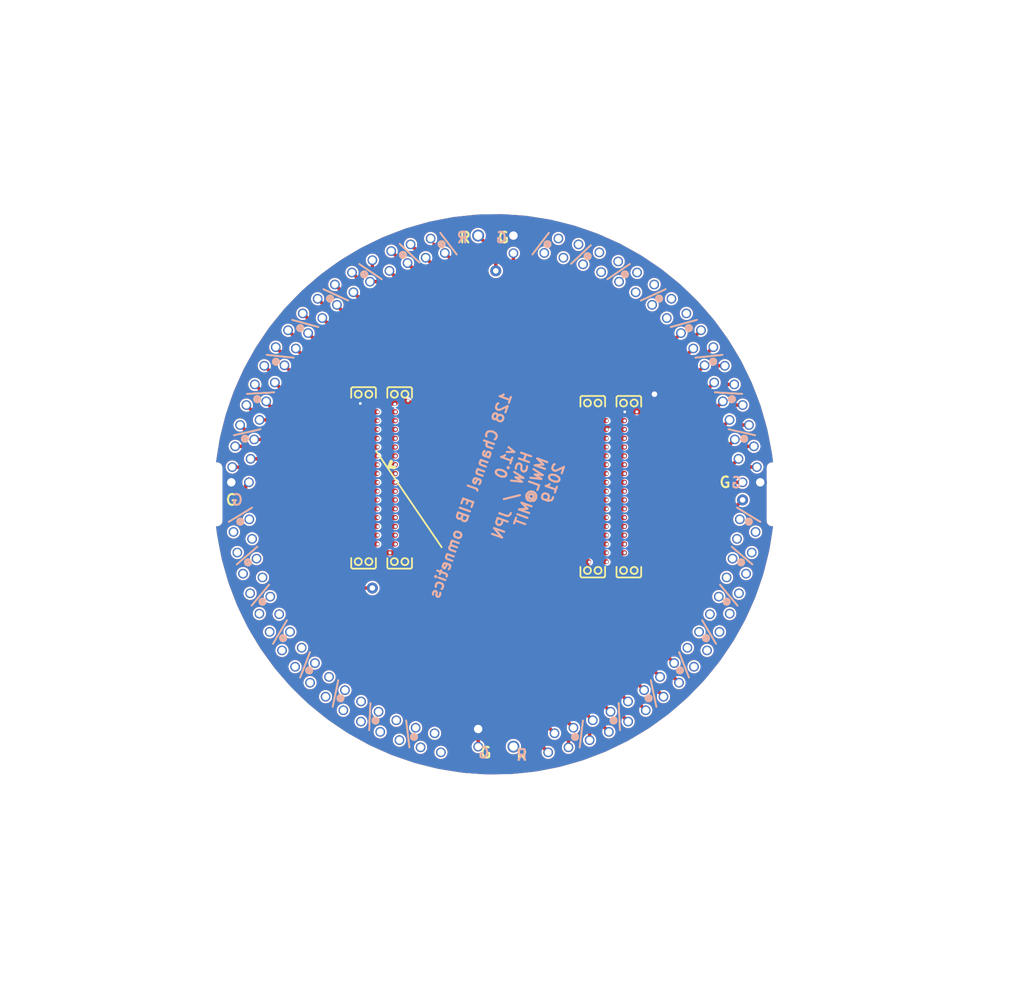
<source format=kicad_pcb>
(kicad_pcb (version 20171130) (host pcbnew 5.1.4-e60b266~84~ubuntu18.04.1)
  (layers (0 Top signal) (1 Route2 signal) (2 Route15 signal) (31 Bottom signal) (34 B.Paste user) (35 F.Paste user) (36 B.SilkS user) (37 F.SilkS user) (38 B.Mask user) (39 F.Mask user) (44 Edge.Cuts user))
  (net 0 "")
  (net 1 GND)
  (net 2 "Net-(J1-Pad2)")
  (net 3 "Net-(J1-Pad3)")
  (net 4 "Net-(J1-Pad4)")
  (net 5 "Net-(J1-Pad5)")
  (net 6 "Net-(J1-Pad6)")
  (net 7 "Net-(J1-Pad7)")
  (net 8 "Net-(J1-Pad8)")
  (net 9 "Net-(J1-Pad9)")
  (net 10 "Net-(J1-Pad10)")
  (net 11 "Net-(J1-Pad11)")
  (net 12 "Net-(J1-Pad12)")
  (net 13 "Net-(J1-Pad13)")
  (net 14 "Net-(J1-Pad14)")
  (net 15 "Net-(J1-Pad15)")
  (net 16 "Net-(J1-Pad16)")
  (net 17 "Net-(J1-Pad17)")
  (net 18 /REF)
  (net 19 "Net-(J1-Pad20)")
  (net 20 "Net-(J1-Pad21)")
  (net 21 "Net-(J1-Pad22)")
  (net 22 "Net-(J1-Pad23)")
  (net 23 "Net-(J1-Pad24)")
  (net 24 "Net-(J1-Pad25)")
  (net 25 "Net-(J1-Pad26)")
  (net 26 "Net-(J1-Pad27)")
  (net 27 "Net-(J1-Pad28)")
  (net 28 "Net-(J1-Pad29)")
  (net 29 "Net-(J1-Pad30)")
  (net 30 "Net-(J1-Pad31)")
  (net 31 "Net-(J1-Pad32)")
  (net 32 "Net-(J1-Pad33)")
  (net 33 "Net-(J1-Pad34)")
  (net 34 "Net-(J1-Pad35)")
  (net 35 "Net-(J2-Pad2)")
  (net 36 "Net-(J2-Pad3)")
  (net 37 "Net-(J2-Pad4)")
  (net 38 "Net-(J2-Pad5)")
  (net 39 "Net-(J2-Pad6)")
  (net 40 "Net-(J2-Pad7)")
  (net 41 "Net-(J2-Pad8)")
  (net 42 "Net-(J2-Pad9)")
  (net 43 "Net-(J2-Pad10)")
  (net 44 "Net-(J2-Pad11)")
  (net 45 "Net-(J2-Pad12)")
  (net 46 "Net-(J2-Pad13)")
  (net 47 "Net-(J2-Pad14)")
  (net 48 "Net-(J2-Pad15)")
  (net 49 "Net-(J2-Pad16)")
  (net 50 "Net-(J2-Pad17)")
  (net 51 "Net-(J2-Pad20)")
  (net 52 "Net-(J2-Pad21)")
  (net 53 "Net-(J2-Pad22)")
  (net 54 "Net-(J2-Pad23)")
  (net 55 "Net-(J2-Pad24)")
  (net 56 "Net-(J2-Pad25)")
  (net 57 "Net-(J2-Pad26)")
  (net 58 "Net-(J2-Pad27)")
  (net 59 "Net-(J2-Pad28)")
  (net 60 "Net-(J2-Pad29)")
  (net 61 "Net-(J2-Pad30)")
  (net 62 "Net-(J2-Pad31)")
  (net 63 "Net-(J2-Pad32)")
  (net 64 "Net-(J2-Pad33)")
  (net 65 "Net-(J2-Pad34)")
  (net 66 "Net-(J2-Pad35)")
  (net 67 "Net-(J3-Pad2)")
  (net 68 "Net-(J3-Pad3)")
  (net 69 "Net-(J3-Pad4)")
  (net 70 "Net-(J3-Pad5)")
  (net 71 "Net-(J3-Pad6)")
  (net 72 "Net-(J3-Pad7)")
  (net 73 "Net-(J3-Pad8)")
  (net 74 "Net-(J3-Pad9)")
  (net 75 "Net-(J3-Pad10)")
  (net 76 "Net-(J3-Pad11)")
  (net 77 "Net-(J3-Pad12)")
  (net 78 "Net-(J3-Pad13)")
  (net 79 "Net-(J3-Pad14)")
  (net 80 "Net-(J3-Pad15)")
  (net 81 "Net-(J3-Pad16)")
  (net 82 "Net-(J3-Pad17)")
  (net 83 "Net-(J3-Pad20)")
  (net 84 "Net-(J3-Pad21)")
  (net 85 "Net-(J3-Pad22)")
  (net 86 "Net-(J3-Pad23)")
  (net 87 "Net-(J3-Pad24)")
  (net 88 "Net-(J3-Pad25)")
  (net 89 "Net-(J3-Pad26)")
  (net 90 "Net-(J3-Pad27)")
  (net 91 "Net-(J3-Pad28)")
  (net 92 "Net-(J3-Pad29)")
  (net 93 "Net-(J3-Pad30)")
  (net 94 "Net-(J3-Pad31)")
  (net 95 "Net-(J3-Pad32)")
  (net 96 "Net-(J3-Pad33)")
  (net 97 "Net-(J3-Pad34)")
  (net 98 "Net-(J3-Pad35)")
  (net 99 "Net-(J4-Pad2)")
  (net 100 "Net-(J4-Pad3)")
  (net 101 "Net-(J4-Pad4)")
  (net 102 "Net-(J4-Pad5)")
  (net 103 "Net-(J4-Pad6)")
  (net 104 "Net-(J4-Pad7)")
  (net 105 "Net-(J4-Pad8)")
  (net 106 "Net-(J4-Pad9)")
  (net 107 "Net-(J4-Pad10)")
  (net 108 "Net-(J4-Pad11)")
  (net 109 "Net-(J4-Pad12)")
  (net 110 "Net-(J4-Pad13)")
  (net 111 "Net-(J4-Pad14)")
  (net 112 "Net-(J4-Pad15)")
  (net 113 "Net-(J4-Pad16)")
  (net 114 "Net-(J4-Pad17)")
  (net 115 "Net-(J4-Pad20)")
  (net 116 "Net-(J4-Pad21)")
  (net 117 "Net-(J4-Pad22)")
  (net 118 "Net-(J4-Pad23)")
  (net 119 "Net-(J4-Pad24)")
  (net 120 "Net-(J4-Pad25)")
  (net 121 "Net-(J4-Pad26)")
  (net 122 "Net-(J4-Pad27)")
  (net 123 "Net-(J4-Pad28)")
  (net 124 "Net-(J4-Pad29)")
  (net 125 "Net-(J4-Pad30)")
  (net 126 "Net-(J4-Pad31)")
  (net 127 "Net-(J4-Pad32)")
  (net 128 "Net-(J4-Pad33)")
  (net 129 "Net-(J4-Pad34)")
  (net 130 "Net-(J4-Pad35)")
  (net 131 "Net-(J1-Pad1)")
  (net 132 "Net-(J2-Pad19)")
  (net 133 "Net-(J11-Pad1)")
  (net 134 "Net-(J12-Pad1)")
  (module eib-128_omnetics:TETRODE_128_0.5ID_0.7OD (layer Top) (at 148.5011 105.0036 238.4)
    (fp_text reference TET20 hide)
    (fp_text value 20)
    (pad 0 thru_hole circle (at 0.724 -17.743 238.4) (size 0.7032 0.7032) (drill 0.5) (layers *.Cu *.Mask) (net 79 "Net-(J3-Pad14)"))
    (pad 2 thru_hole circle (at 2.14 -17.628 238.4) (size 0.7032 0.7032) (drill 0.5) (layers *.Cu *.Mask) (net 81 "Net-(J3-Pad16)"))
    (pad 1 thru_hole circle (at 1.562 -18.934 238.4) (size 0.7032 0.7032) (drill 0.5) (layers *.Cu *.Mask) (net 80 "Net-(J3-Pad15)"))
    (pad 3 thru_hole circle (at 3.058 -18.748 238.4) (size 0.7032 0.7032) (drill 0.5) (layers *.Cu *.Mask) (net 82 "Net-(J3-Pad17)"))
  )
  (module eib-128_omnetics:GOLDPIN_0.5ID_0.7OD (layer Top) (at 149.86 87.63)
    (fp_text reference J12 hide)
    (fp_text value GND hide)
    (pad 1 thru_hole circle (at 0 0) (size 0.7 0.7) (drill 0.5) (layers *.Cu *.Mask) (net 134 "Net-(J12-Pad1)"))
  )
  (module eib-128_omnetics:GOLDPIN_0.5ID_0.7OD (layer Top) (at 166.37 104.14)
    (fp_text reference J11 hide)
    (fp_text value GND hide)
    (pad 1 thru_hole circle (at 0 0) (size 0.7 0.7) (drill 0.5) (layers *.Cu *.Mask) (net 133 "Net-(J11-Pad1)"))
  )
  (module eib-128_omnetics:GOLDPIN_0.5ID_0.7OD (layer Top) (at 147.32 123.19)
    (fp_text reference J6 hide)
    (fp_text value GND hide)
    (pad 1 thru_hole circle (at 0 0) (size 0.7 0.7) (drill 0.5) (layers *.Cu *.Mask) (net 132 "Net-(J2-Pad19)"))
  )
  (module eib-128_omnetics:GOLDPIN_0.5ID_0.7OD (layer Top) (at 130.81 104.14)
    (fp_text reference J5 hide)
    (fp_text value GND hide)
    (pad 1 thru_hole circle (at 0 0) (size 0.7 0.7) (drill 0.5) (layers *.Cu *.Mask) (net 131 "Net-(J1-Pad1)"))
  )
  (module eib-128_omnetics:TETRODE_128_0.5ID_0.7OD (layer Top) (at 148.5011 105.0036 313.2)
    (fp_text reference TET27 hide)
    (fp_text value 27)
    (pad 0 thru_hole circle (at 0.724 -17.743 313.2) (size 0.7032 0.7032) (drill 0.5) (layers *.Cu *.Mask) (net 98 "Net-(J3-Pad35)"))
    (pad 2 thru_hole circle (at 2.14 -17.628 313.2) (size 0.7032 0.7032) (drill 0.5) (layers *.Cu *.Mask) (net 96 "Net-(J3-Pad33)"))
    (pad 1 thru_hole circle (at 1.562 -18.934 313.2) (size 0.7032 0.7032) (drill 0.5) (layers *.Cu *.Mask) (net 97 "Net-(J3-Pad34)"))
    (pad 3 thru_hole circle (at 3.058 -18.748 313.2) (size 0.7032 0.7032) (drill 0.5) (layers *.Cu *.Mask) (net 95 "Net-(J3-Pad32)"))
  )
  (module eib-128_omnetics:TETRODE_128_0.5ID_0.7OD (layer Top) (at 148.5011 105.0036 350.7)
    (fp_text reference TET31 hide)
    (fp_text value 31)
    (pad 0 thru_hole circle (at 0.724 -17.743 350.7) (size 0.7032 0.7032) (drill 0.5) (layers *.Cu *.Mask) (net 51 "Net-(J2-Pad20)"))
    (pad 2 thru_hole circle (at 2.14 -17.628 350.7) (size 0.7032 0.7032) (drill 0.5) (layers *.Cu *.Mask) (net 53 "Net-(J2-Pad22)"))
    (pad 1 thru_hole circle (at 1.562 -18.934 350.7) (size 0.7032 0.7032) (drill 0.5) (layers *.Cu *.Mask) (net 52 "Net-(J2-Pad21)"))
    (pad 3 thru_hole circle (at 3.058 -18.748 350.7) (size 0.7032 0.7032) (drill 0.5) (layers *.Cu *.Mask) (net 54 "Net-(J2-Pad23)"))
  )
  (module eib-128_omnetics:TETRODE_128_0.5ID_0.7OD (layer Top) (at 148.5011 105.0036 341.3)
    (fp_text reference TET30 hide)
    (fp_text value 30)
    (pad 0 thru_hole circle (at 0.724 -17.743 341.3) (size 0.7032 0.7032) (drill 0.5) (layers *.Cu *.Mask) (net 55 "Net-(J2-Pad24)"))
    (pad 2 thru_hole circle (at 2.14 -17.628 341.3) (size 0.7032 0.7032) (drill 0.5) (layers *.Cu *.Mask) (net 57 "Net-(J2-Pad26)"))
    (pad 1 thru_hole circle (at 1.562 -18.934 341.3) (size 0.7032 0.7032) (drill 0.5) (layers *.Cu *.Mask) (net 56 "Net-(J2-Pad25)"))
    (pad 3 thru_hole circle (at 3.058 -18.748 341.3) (size 0.7032 0.7032) (drill 0.5) (layers *.Cu *.Mask) (net 58 "Net-(J2-Pad27)"))
  )
  (module eib-128_omnetics:TETRODE_128_0.5ID_0.7OD (layer Top) (at 148.5011 105.0036 332)
    (fp_text reference TET29 hide)
    (fp_text value 29)
    (pad 0 thru_hole circle (at 0.724 -17.743 332) (size 0.7032 0.7032) (drill 0.5) (layers *.Cu *.Mask) (net 59 "Net-(J2-Pad28)"))
    (pad 2 thru_hole circle (at 2.14 -17.628 332) (size 0.7032 0.7032) (drill 0.5) (layers *.Cu *.Mask) (net 61 "Net-(J2-Pad30)"))
    (pad 1 thru_hole circle (at 1.562 -18.934 332) (size 0.7032 0.7032) (drill 0.5) (layers *.Cu *.Mask) (net 60 "Net-(J2-Pad29)"))
    (pad 3 thru_hole circle (at 3.058 -18.748 332) (size 0.7032 0.7032) (drill 0.5) (layers *.Cu *.Mask) (net 62 "Net-(J2-Pad31)"))
  )
  (module eib-128_omnetics:TETRODE_128_0.5ID_0.7OD (layer Top) (at 148.5011 105.0036 322.6)
    (fp_text reference TET28 hide)
    (fp_text value 28)
    (pad 0 thru_hole circle (at 0.724 -17.743 322.6) (size 0.7032 0.7032) (drill 0.5) (layers *.Cu *.Mask) (net 63 "Net-(J2-Pad32)"))
    (pad 2 thru_hole circle (at 2.14 -17.628 322.6) (size 0.7032 0.7032) (drill 0.5) (layers *.Cu *.Mask) (net 65 "Net-(J2-Pad34)"))
    (pad 1 thru_hole circle (at 1.562 -18.934 322.6) (size 0.7032 0.7032) (drill 0.5) (layers *.Cu *.Mask) (net 64 "Net-(J2-Pad33)"))
    (pad 3 thru_hole circle (at 3.058 -18.748 322.6) (size 0.7032 0.7032) (drill 0.5) (layers *.Cu *.Mask) (net 66 "Net-(J2-Pad35)"))
  )
  (module eib-128_omnetics:TETRODE_128_0.5ID_0.7OD (layer Top) (at 148.5011 105.0036 303.9)
    (fp_text reference TET26 hide)
    (fp_text value 26)
    (pad 0 thru_hole circle (at 0.724 -17.743 303.9) (size 0.7032 0.7032) (drill 0.5) (layers *.Cu *.Mask) (net 94 "Net-(J3-Pad31)"))
    (pad 2 thru_hole circle (at 2.14 -17.628 303.9) (size 0.7032 0.7032) (drill 0.5) (layers *.Cu *.Mask) (net 92 "Net-(J3-Pad29)"))
    (pad 1 thru_hole circle (at 1.562 -18.934 303.9) (size 0.7032 0.7032) (drill 0.5) (layers *.Cu *.Mask) (net 93 "Net-(J3-Pad30)"))
    (pad 3 thru_hole circle (at 3.058 -18.748 303.9) (size 0.7032 0.7032) (drill 0.5) (layers *.Cu *.Mask) (net 91 "Net-(J3-Pad28)"))
  )
  (module eib-128_omnetics:TETRODE_128_0.5ID_0.7OD (layer Top) (at 148.5011 105.0036 294.5)
    (fp_text reference TET25 hide)
    (fp_text value 25)
    (pad 0 thru_hole circle (at 0.724 -17.743 294.5) (size 0.7032 0.7032) (drill 0.5) (layers *.Cu *.Mask) (net 90 "Net-(J3-Pad27)"))
    (pad 2 thru_hole circle (at 2.14 -17.628 294.5) (size 0.7032 0.7032) (drill 0.5) (layers *.Cu *.Mask) (net 88 "Net-(J3-Pad25)"))
    (pad 1 thru_hole circle (at 1.562 -18.934 294.5) (size 0.7032 0.7032) (drill 0.5) (layers *.Cu *.Mask) (net 89 "Net-(J3-Pad26)"))
    (pad 3 thru_hole circle (at 3.058 -18.748 294.5) (size 0.7032 0.7032) (drill 0.5) (layers *.Cu *.Mask) (net 87 "Net-(J3-Pad24)"))
  )
  (module eib-128_omnetics:TETRODE_128_0.5ID_0.7OD (layer Top) (at 148.5011 105.0036 285.2)
    (fp_text reference TET24 hide)
    (fp_text value 24)
    (pad 0 thru_hole circle (at 0.724 -17.743 285.2) (size 0.7032 0.7032) (drill 0.5) (layers *.Cu *.Mask) (net 86 "Net-(J3-Pad23)"))
    (pad 2 thru_hole circle (at 2.14 -17.628 285.2) (size 0.7032 0.7032) (drill 0.5) (layers *.Cu *.Mask) (net 84 "Net-(J3-Pad21)"))
    (pad 1 thru_hole circle (at 1.562 -18.934 285.2) (size 0.7032 0.7032) (drill 0.5) (layers *.Cu *.Mask) (net 85 "Net-(J3-Pad22)"))
    (pad 3 thru_hole circle (at 3.058 -18.748 285.2) (size 0.7032 0.7032) (drill 0.5) (layers *.Cu *.Mask) (net 83 "Net-(J3-Pad20)"))
  )
  (module eib-128_omnetics:TETRODE_128_0.5ID_0.7OD (layer Top) (at 148.5011 105.0036 266.5)
    (fp_text reference TET23 hide)
    (fp_text value 23)
    (pad 0 thru_hole circle (at 0.724 -17.743 266.5) (size 0.7032 0.7032) (drill 0.5) (layers *.Cu *.Mask) (net 67 "Net-(J3-Pad2)"))
    (pad 2 thru_hole circle (at 2.14 -17.628 266.5) (size 0.7032 0.7032) (drill 0.5) (layers *.Cu *.Mask) (net 69 "Net-(J3-Pad4)"))
    (pad 1 thru_hole circle (at 1.562 -18.934 266.5) (size 0.7032 0.7032) (drill 0.5) (layers *.Cu *.Mask) (net 68 "Net-(J3-Pad3)"))
    (pad 3 thru_hole circle (at 3.058 -18.748 266.5) (size 0.7032 0.7032) (drill 0.5) (layers *.Cu *.Mask) (net 70 "Net-(J3-Pad5)"))
  )
  (module eib-128_omnetics:TETRODE_128_0.5ID_0.7OD (layer Top) (at 148.5011 105.0036 257.2)
    (fp_text reference TET22 hide)
    (fp_text value 22)
    (pad 0 thru_hole circle (at 0.724 -17.743 257.2) (size 0.7032 0.7032) (drill 0.5) (layers *.Cu *.Mask) (net 71 "Net-(J3-Pad6)"))
    (pad 2 thru_hole circle (at 2.14 -17.628 257.2) (size 0.7032 0.7032) (drill 0.5) (layers *.Cu *.Mask) (net 73 "Net-(J3-Pad8)"))
    (pad 1 thru_hole circle (at 1.562 -18.934 257.2) (size 0.7032 0.7032) (drill 0.5) (layers *.Cu *.Mask) (net 72 "Net-(J3-Pad7)"))
    (pad 3 thru_hole circle (at 3.058 -18.748 257.2) (size 0.7032 0.7032) (drill 0.5) (layers *.Cu *.Mask) (net 74 "Net-(J3-Pad9)"))
  )
  (module eib-128_omnetics:TETRODE_128_0.5ID_0.7OD (layer Top) (at 148.5011 105.0036 247.8)
    (fp_text reference TET21 hide)
    (fp_text value 21)
    (pad 0 thru_hole circle (at 0.724 -17.743 247.8) (size 0.7032 0.7032) (drill 0.5) (layers *.Cu *.Mask) (net 75 "Net-(J3-Pad10)"))
    (pad 2 thru_hole circle (at 2.14 -17.628 247.8) (size 0.7032 0.7032) (drill 0.5) (layers *.Cu *.Mask) (net 77 "Net-(J3-Pad12)"))
    (pad 1 thru_hole circle (at 1.562 -18.934 247.8) (size 0.7032 0.7032) (drill 0.5) (layers *.Cu *.Mask) (net 76 "Net-(J3-Pad11)"))
    (pad 3 thru_hole circle (at 3.058 -18.748 247.8) (size 0.7032 0.7032) (drill 0.5) (layers *.Cu *.Mask) (net 78 "Net-(J3-Pad13)"))
  )
  (module eib-128_omnetics:TETRODE_128_0.5ID_0.7OD (layer Top) (at 148.5011 105.0036 229.1)
    (fp_text reference TET19 hide)
    (fp_text value 19)
    (pad 0 thru_hole circle (at 0.724 -17.743 229.1) (size 0.7032 0.7032) (drill 0.5) (layers *.Cu *.Mask) (net 50 "Net-(J2-Pad17)"))
    (pad 2 thru_hole circle (at 2.14 -17.628 229.1) (size 0.7032 0.7032) (drill 0.5) (layers *.Cu *.Mask) (net 48 "Net-(J2-Pad15)"))
    (pad 1 thru_hole circle (at 1.562 -18.934 229.1) (size 0.7032 0.7032) (drill 0.5) (layers *.Cu *.Mask) (net 49 "Net-(J2-Pad16)"))
    (pad 3 thru_hole circle (at 3.058 -18.748 229.1) (size 0.7032 0.7032) (drill 0.5) (layers *.Cu *.Mask) (net 47 "Net-(J2-Pad14)"))
  )
  (module eib-128_omnetics:TETRODE_128_0.5ID_0.7OD (layer Top) (at 148.5011 105.0036 219.7)
    (fp_text reference TET18 hide)
    (fp_text value 18)
    (pad 0 thru_hole circle (at 0.724 -17.743 219.7) (size 0.7032 0.7032) (drill 0.5) (layers *.Cu *.Mask) (net 46 "Net-(J2-Pad13)"))
    (pad 2 thru_hole circle (at 2.14 -17.628 219.7) (size 0.7032 0.7032) (drill 0.5) (layers *.Cu *.Mask) (net 44 "Net-(J2-Pad11)"))
    (pad 1 thru_hole circle (at 1.562 -18.934 219.7) (size 0.7032 0.7032) (drill 0.5) (layers *.Cu *.Mask) (net 45 "Net-(J2-Pad12)"))
    (pad 3 thru_hole circle (at 3.058 -18.748 219.7) (size 0.7032 0.7032) (drill 0.5) (layers *.Cu *.Mask) (net 43 "Net-(J2-Pad10)"))
  )
  (module eib-128_omnetics:TETRODE_128_0.5ID_0.7OD (layer Top) (at 148.5011 105.0036 210.4)
    (fp_text reference TET17 hide)
    (fp_text value 17)
    (pad 0 thru_hole circle (at 0.724 -17.743 210.4) (size 0.7032 0.7032) (drill 0.5) (layers *.Cu *.Mask) (net 42 "Net-(J2-Pad9)"))
    (pad 2 thru_hole circle (at 2.14 -17.628 210.4) (size 0.7032 0.7032) (drill 0.5) (layers *.Cu *.Mask) (net 40 "Net-(J2-Pad7)"))
    (pad 1 thru_hole circle (at 1.562 -18.934 210.4) (size 0.7032 0.7032) (drill 0.5) (layers *.Cu *.Mask) (net 41 "Net-(J2-Pad8)"))
    (pad 3 thru_hole circle (at 3.058 -18.748 210.4) (size 0.7032 0.7032) (drill 0.5) (layers *.Cu *.Mask) (net 39 "Net-(J2-Pad6)"))
  )
  (module eib-128_omnetics:TETRODE_128_0.5ID_0.7OD (layer Top) (at 148.5011 105.0036 201)
    (fp_text reference TET16 hide)
    (fp_text value 16)
    (pad 0 thru_hole circle (at 0.724 -17.743 201) (size 0.7032 0.7032) (drill 0.5) (layers *.Cu *.Mask) (net 38 "Net-(J2-Pad5)"))
    (pad 2 thru_hole circle (at 2.14 -17.628 201) (size 0.7032 0.7032) (drill 0.5) (layers *.Cu *.Mask) (net 36 "Net-(J2-Pad3)"))
    (pad 1 thru_hole circle (at 1.562 -18.934 201) (size 0.7032 0.7032) (drill 0.5) (layers *.Cu *.Mask) (net 37 "Net-(J2-Pad4)"))
    (pad 3 thru_hole circle (at 3.058 -18.748 201) (size 0.7032 0.7032) (drill 0.5) (layers *.Cu *.Mask) (net 35 "Net-(J2-Pad2)"))
  )
  (module eib-128_omnetics:TETRODE_128_0.5ID_0.7OD (layer Bottom) (at 148.5011 105.0036 339)
    (fp_text reference TET15 hide)
    (fp_text value 15)
    (pad 0 thru_hole circle (at 0.724 17.743 339) (size 0.7032 0.7032) (drill 0.5) (layers *.Cu *.Mask) (net 118 "Net-(J4-Pad23)"))
    (pad 2 thru_hole circle (at 2.14 17.628 339) (size 0.7032 0.7032) (drill 0.5) (layers *.Cu *.Mask) (net 116 "Net-(J4-Pad21)"))
    (pad 1 thru_hole circle (at 1.562 18.934 339) (size 0.7032 0.7032) (drill 0.5) (layers *.Cu *.Mask) (net 117 "Net-(J4-Pad22)"))
    (pad 3 thru_hole circle (at 3.058 18.748 339) (size 0.7032 0.7032) (drill 0.5) (layers *.Cu *.Mask) (net 115 "Net-(J4-Pad20)"))
  )
  (module eib-128_omnetics:TETRODE_128_0.5ID_0.7OD (layer Bottom) (at 148.5011 105.0036 329.6)
    (fp_text reference TET14 hide)
    (fp_text value 14)
    (pad 0 thru_hole circle (at 0.724 17.743 329.6) (size 0.7032 0.7032) (drill 0.5) (layers *.Cu *.Mask) (net 122 "Net-(J4-Pad27)"))
    (pad 2 thru_hole circle (at 2.14 17.628 329.6) (size 0.7032 0.7032) (drill 0.5) (layers *.Cu *.Mask) (net 120 "Net-(J4-Pad25)"))
    (pad 1 thru_hole circle (at 1.562 18.934 329.6) (size 0.7032 0.7032) (drill 0.5) (layers *.Cu *.Mask) (net 121 "Net-(J4-Pad26)"))
    (pad 3 thru_hole circle (at 3.058 18.748 329.6) (size 0.7032 0.7032) (drill 0.5) (layers *.Cu *.Mask) (net 119 "Net-(J4-Pad24)"))
  )
  (module eib-128_omnetics:TETRODE_128_0.5ID_0.7OD (layer Bottom) (at 148.5011 105.0036 320.3)
    (fp_text reference TET13 hide)
    (fp_text value 13)
    (pad 0 thru_hole circle (at 0.724 17.743 320.3) (size 0.7032 0.7032) (drill 0.5) (layers *.Cu *.Mask) (net 126 "Net-(J4-Pad31)"))
    (pad 2 thru_hole circle (at 2.14 17.628 320.3) (size 0.7032 0.7032) (drill 0.5) (layers *.Cu *.Mask) (net 124 "Net-(J4-Pad29)"))
    (pad 1 thru_hole circle (at 1.562 18.934 320.3) (size 0.7032 0.7032) (drill 0.5) (layers *.Cu *.Mask) (net 125 "Net-(J4-Pad30)"))
    (pad 3 thru_hole circle (at 3.058 18.748 320.3) (size 0.7032 0.7032) (drill 0.5) (layers *.Cu *.Mask) (net 123 "Net-(J4-Pad28)"))
  )
  (module eib-128_omnetics:TETRODE_128_0.5ID_0.7OD (layer Bottom) (at 148.5011 105.0036 310.9)
    (fp_text reference TET12 hide)
    (fp_text value 12)
    (pad 0 thru_hole circle (at 0.724 17.743 310.9) (size 0.7032 0.7032) (drill 0.5) (layers *.Cu *.Mask) (net 130 "Net-(J4-Pad35)"))
    (pad 2 thru_hole circle (at 2.14 17.628 310.9) (size 0.7032 0.7032) (drill 0.5) (layers *.Cu *.Mask) (net 128 "Net-(J4-Pad33)"))
    (pad 1 thru_hole circle (at 1.562 18.934 310.9) (size 0.7032 0.7032) (drill 0.5) (layers *.Cu *.Mask) (net 129 "Net-(J4-Pad34)"))
    (pad 3 thru_hole circle (at 3.058 18.748 310.9) (size 0.7032 0.7032) (drill 0.5) (layers *.Cu *.Mask) (net 127 "Net-(J4-Pad32)"))
  )
  (module eib-128_omnetics:TETRODE_128_0.5ID_0.7OD (layer Bottom) (at 148.5011 105.0036 301.6)
    (fp_text reference TET11 hide)
    (fp_text value 11)
    (pad 0 thru_hole circle (at 0.724 17.743 301.6) (size 0.7032 0.7032) (drill 0.5) (layers *.Cu *.Mask) (net 5 "Net-(J1-Pad5)"))
    (pad 2 thru_hole circle (at 2.14 17.628 301.6) (size 0.7032 0.7032) (drill 0.5) (layers *.Cu *.Mask) (net 3 "Net-(J1-Pad3)"))
    (pad 1 thru_hole circle (at 1.562 18.934 301.6) (size 0.7032 0.7032) (drill 0.5) (layers *.Cu *.Mask) (net 4 "Net-(J1-Pad4)"))
    (pad 3 thru_hole circle (at 3.058 18.748 301.6) (size 0.7032 0.7032) (drill 0.5) (layers *.Cu *.Mask) (net 2 "Net-(J1-Pad2)"))
  )
  (module eib-128_omnetics:TETRODE_128_0.5ID_0.7OD (layer Bottom) (at 148.5011 105.0036 292.2)
    (fp_text reference TET10 hide)
    (fp_text value 10)
    (pad 0 thru_hole circle (at 0.724 17.743 292.2) (size 0.7032 0.7032) (drill 0.5) (layers *.Cu *.Mask) (net 9 "Net-(J1-Pad9)"))
    (pad 2 thru_hole circle (at 2.14 17.628 292.2) (size 0.7032 0.7032) (drill 0.5) (layers *.Cu *.Mask) (net 7 "Net-(J1-Pad7)"))
    (pad 1 thru_hole circle (at 1.562 18.934 292.2) (size 0.7032 0.7032) (drill 0.5) (layers *.Cu *.Mask) (net 8 "Net-(J1-Pad8)"))
    (pad 3 thru_hole circle (at 3.058 18.748 292.2) (size 0.7032 0.7032) (drill 0.5) (layers *.Cu *.Mask) (net 6 "Net-(J1-Pad6)"))
  )
  (module eib-128_omnetics:TETRODE_128_0.5ID_0.7OD (layer Bottom) (at 148.5011 105.0036 282.8)
    (fp_text reference TET9 hide)
    (fp_text value 9)
    (pad 0 thru_hole circle (at 0.724 17.743 282.8) (size 0.7032 0.7032) (drill 0.5) (layers *.Cu *.Mask) (net 13 "Net-(J1-Pad13)"))
    (pad 2 thru_hole circle (at 2.14 17.628 282.8) (size 0.7032 0.7032) (drill 0.5) (layers *.Cu *.Mask) (net 11 "Net-(J1-Pad11)"))
    (pad 1 thru_hole circle (at 1.562 18.934 282.8) (size 0.7032 0.7032) (drill 0.5) (layers *.Cu *.Mask) (net 12 "Net-(J1-Pad12)"))
    (pad 3 thru_hole circle (at 3.058 18.748 282.8) (size 0.7032 0.7032) (drill 0.5) (layers *.Cu *.Mask) (net 10 "Net-(J1-Pad10)"))
  )
  (module eib-128_omnetics:TETRODE_128_0.5ID_0.7OD (layer Bottom) (at 148.5011 105.0036 273.5)
    (fp_text reference TET8 hide)
    (fp_text value 8)
    (pad 0 thru_hole circle (at 0.724 17.743 273.5) (size 0.7032 0.7032) (drill 0.5) (layers *.Cu *.Mask) (net 17 "Net-(J1-Pad17)"))
    (pad 2 thru_hole circle (at 2.14 17.628 273.5) (size 0.7032 0.7032) (drill 0.5) (layers *.Cu *.Mask) (net 15 "Net-(J1-Pad15)"))
    (pad 1 thru_hole circle (at 1.562 18.934 273.5) (size 0.7032 0.7032) (drill 0.5) (layers *.Cu *.Mask) (net 16 "Net-(J1-Pad16)"))
    (pad 3 thru_hole circle (at 3.058 18.748 273.5) (size 0.7032 0.7032) (drill 0.5) (layers *.Cu *.Mask) (net 14 "Net-(J1-Pad14)"))
  )
  (module eib-128_omnetics:TETRODE_128_0.5ID_0.7OD (layer Bottom) (at 148.5011 105.0036 254.8)
    (fp_text reference TET7 hide)
    (fp_text value 7)
    (pad 0 thru_hole circle (at 0.724 17.743 254.8) (size 0.7032 0.7032) (drill 0.5) (layers *.Cu *.Mask) (net 31 "Net-(J1-Pad32)"))
    (pad 2 thru_hole circle (at 2.14 17.628 254.8) (size 0.7032 0.7032) (drill 0.5) (layers *.Cu *.Mask) (net 33 "Net-(J1-Pad34)"))
    (pad 1 thru_hole circle (at 1.562 18.934 254.8) (size 0.7032 0.7032) (drill 0.5) (layers *.Cu *.Mask) (net 32 "Net-(J1-Pad33)"))
    (pad 3 thru_hole circle (at 3.058 18.748 254.8) (size 0.7032 0.7032) (drill 0.5) (layers *.Cu *.Mask) (net 34 "Net-(J1-Pad35)"))
  )
  (module eib-128_omnetics:TETRODE_128_0.5ID_0.7OD (layer Bottom) (at 148.5011 105.0036 245.5)
    (fp_text reference TET6 hide)
    (fp_text value 6)
    (pad 0 thru_hole circle (at 0.724 17.743 245.5) (size 0.7032 0.7032) (drill 0.5) (layers *.Cu *.Mask) (net 27 "Net-(J1-Pad28)"))
    (pad 2 thru_hole circle (at 2.14 17.628 245.5) (size 0.7032 0.7032) (drill 0.5) (layers *.Cu *.Mask) (net 29 "Net-(J1-Pad30)"))
    (pad 1 thru_hole circle (at 1.562 18.934 245.5) (size 0.7032 0.7032) (drill 0.5) (layers *.Cu *.Mask) (net 28 "Net-(J1-Pad29)"))
    (pad 3 thru_hole circle (at 3.058 18.748 245.5) (size 0.7032 0.7032) (drill 0.5) (layers *.Cu *.Mask) (net 30 "Net-(J1-Pad31)"))
  )
  (module eib-128_omnetics:TETRODE_128_0.5ID_0.7OD (layer Bottom) (at 148.5011 105.0036 236.1)
    (fp_text reference TET5 hide)
    (fp_text value 5)
    (pad 0 thru_hole circle (at 0.724 17.743 236.1) (size 0.7032 0.7032) (drill 0.5) (layers *.Cu *.Mask) (net 23 "Net-(J1-Pad24)"))
    (pad 2 thru_hole circle (at 2.14 17.628 236.1) (size 0.7032 0.7032) (drill 0.5) (layers *.Cu *.Mask) (net 25 "Net-(J1-Pad26)"))
    (pad 1 thru_hole circle (at 1.562 18.934 236.1) (size 0.7032 0.7032) (drill 0.5) (layers *.Cu *.Mask) (net 24 "Net-(J1-Pad25)"))
    (pad 3 thru_hole circle (at 3.058 18.748 236.1) (size 0.7032 0.7032) (drill 0.5) (layers *.Cu *.Mask) (net 26 "Net-(J1-Pad27)"))
  )
  (module eib-128_omnetics:TETRODE_128_0.5ID_0.7OD (layer Bottom) (at 148.5011 105.0036 226.8)
    (fp_text reference TET4 hide)
    (fp_text value 4)
    (pad 0 thru_hole circle (at 0.724 17.743 226.8) (size 0.7032 0.7032) (drill 0.5) (layers *.Cu *.Mask) (net 19 "Net-(J1-Pad20)"))
    (pad 2 thru_hole circle (at 2.14 17.628 226.8) (size 0.7032 0.7032) (drill 0.5) (layers *.Cu *.Mask) (net 21 "Net-(J1-Pad22)"))
    (pad 1 thru_hole circle (at 1.562 18.934 226.8) (size 0.7032 0.7032) (drill 0.5) (layers *.Cu *.Mask) (net 20 "Net-(J1-Pad21)"))
    (pad 3 thru_hole circle (at 3.058 18.748 226.8) (size 0.7032 0.7032) (drill 0.5) (layers *.Cu *.Mask) (net 22 "Net-(J1-Pad23)"))
  )
  (module eib-128_omnetics:TETRODE_128_0.5ID_0.7OD (layer Bottom) (at 148.5011 105.0036 217.4)
    (fp_text reference TET3 hide)
    (fp_text value 3)
    (pad 0 thru_hole circle (at 0.724 17.743 217.4) (size 0.7032 0.7032) (drill 0.5) (layers *.Cu *.Mask) (net 111 "Net-(J4-Pad14)"))
    (pad 2 thru_hole circle (at 2.14 17.628 217.4) (size 0.7032 0.7032) (drill 0.5) (layers *.Cu *.Mask) (net 113 "Net-(J4-Pad16)"))
    (pad 1 thru_hole circle (at 1.562 18.934 217.4) (size 0.7032 0.7032) (drill 0.5) (layers *.Cu *.Mask) (net 112 "Net-(J4-Pad15)"))
    (pad 3 thru_hole circle (at 3.058 18.748 217.4) (size 0.7032 0.7032) (drill 0.5) (layers *.Cu *.Mask) (net 114 "Net-(J4-Pad17)"))
  )
  (module eib-128_omnetics:TETRODE_128_0.5ID_0.7OD (layer Bottom) (at 148.5011 105.0036 208)
    (fp_text reference TET2 hide)
    (fp_text value 2)
    (pad 0 thru_hole circle (at 0.724 17.743 208) (size 0.7032 0.7032) (drill 0.5) (layers *.Cu *.Mask) (net 107 "Net-(J4-Pad10)"))
    (pad 2 thru_hole circle (at 2.14 17.628 208) (size 0.7032 0.7032) (drill 0.5) (layers *.Cu *.Mask) (net 109 "Net-(J4-Pad12)"))
    (pad 1 thru_hole circle (at 1.562 18.934 208) (size 0.7032 0.7032) (drill 0.5) (layers *.Cu *.Mask) (net 108 "Net-(J4-Pad11)"))
    (pad 3 thru_hole circle (at 3.058 18.748 208) (size 0.7032 0.7032) (drill 0.5) (layers *.Cu *.Mask) (net 110 "Net-(J4-Pad13)"))
  )
  (module eib-128_omnetics:TETRODE_128_0.5ID_0.7OD (layer Bottom) (at 148.607421 104.911311 198.7)
    (fp_text reference TET1 hide)
    (fp_text value 1)
    (pad 0 thru_hole circle (at 0.724 17.743 198.7) (size 0.7032 0.7032) (drill 0.5) (layers *.Cu *.Mask) (net 103 "Net-(J4-Pad6)"))
    (pad 2 thru_hole circle (at 2.14 17.628 198.7) (size 0.7032 0.7032) (drill 0.5) (layers *.Cu *.Mask) (net 105 "Net-(J4-Pad8)"))
    (pad 1 thru_hole circle (at 1.562 18.934 198.7) (size 0.7032 0.7032) (drill 0.5) (layers *.Cu *.Mask) (net 104 "Net-(J4-Pad7)"))
    (pad 3 thru_hole circle (at 3.058 18.748 198.7) (size 0.7032 0.7032) (drill 0.5) (layers *.Cu *.Mask) (net 106 "Net-(J4-Pad9)"))
  )
  (module eib-128_omnetics:TETRODE_128_0.5ID_0.7OD (layer Bottom) (at 148.5011 105.0036 189.3)
    (fp_text reference TET0 hide)
    (fp_text value 0)
    (pad 0 thru_hole circle (at 0.724 17.743 189.3) (size 0.7032 0.7032) (drill 0.5) (layers *.Cu *.Mask) (net 99 "Net-(J4-Pad2)"))
    (pad 2 thru_hole circle (at 2.14 17.628 189.3) (size 0.7032 0.7032) (drill 0.5) (layers *.Cu *.Mask) (net 101 "Net-(J4-Pad4)"))
    (pad 1 thru_hole circle (at 1.562 18.934 189.3) (size 0.7032 0.7032) (drill 0.5) (layers *.Cu *.Mask) (net 100 "Net-(J4-Pad3)"))
    (pad 3 thru_hole circle (at 3.058 18.748 189.3) (size 0.7032 0.7032) (drill 0.5) (layers *.Cu *.Mask) (net 102 "Net-(J4-Pad5)"))
  )
  (module "eib-64-intan-hs v1.0 revA:NPD-36-VV-GS" (layer Top) (at 142.3 109.22 90)
    (fp_text reference J4 hide)
    (fp_text value Conn_02x18_Counter_Clockwise hide)
    (pad 1 smd roundrect (at 0 0 90) (size 0.381 1.016) (layers Top F.Paste F.Mask) (roundrect_rratio 0.45) (net 1 GND))
    (pad 2 smd roundrect (at 0.635 0 90) (size 0.381 1.016) (layers Top F.Paste F.Mask) (roundrect_rratio 0.45) (net 99 "Net-(J4-Pad2)"))
    (pad 3 smd roundrect (at 1.27 0 90) (size 0.381 1.016) (layers Top F.Paste F.Mask) (roundrect_rratio 0.45) (net 100 "Net-(J4-Pad3)"))
    (pad 4 smd roundrect (at 1.905 0 90) (size 0.381 1.016) (layers Top F.Paste F.Mask) (roundrect_rratio 0.45) (net 101 "Net-(J4-Pad4)"))
    (pad 5 smd roundrect (at 2.54 0 90) (size 0.381 1.016) (layers Top F.Paste F.Mask) (roundrect_rratio 0.45) (net 102 "Net-(J4-Pad5)"))
    (pad 6 smd roundrect (at 3.175 0 90) (size 0.381 1.016) (layers Top F.Paste F.Mask) (roundrect_rratio 0.45) (net 103 "Net-(J4-Pad6)"))
    (pad 7 smd roundrect (at 3.81 0 90) (size 0.381 1.016) (layers Top F.Paste F.Mask) (roundrect_rratio 0.45) (net 104 "Net-(J4-Pad7)"))
    (pad 8 smd roundrect (at 4.445 0 90) (size 0.381 1.016) (layers Top F.Paste F.Mask) (roundrect_rratio 0.45) (net 105 "Net-(J4-Pad8)"))
    (pad 9 smd roundrect (at 5.08 0 90) (size 0.381 1.016) (layers Top F.Paste F.Mask) (roundrect_rratio 0.45) (net 106 "Net-(J4-Pad9)"))
    (pad 10 smd roundrect (at 5.715 0 90) (size 0.381 1.016) (layers Top F.Paste F.Mask) (roundrect_rratio 0.45) (net 107 "Net-(J4-Pad10)"))
    (pad 11 smd roundrect (at 6.35 0 90) (size 0.381 1.016) (layers Top F.Paste F.Mask) (roundrect_rratio 0.45) (net 108 "Net-(J4-Pad11)"))
    (pad 12 smd roundrect (at 6.985 0 90) (size 0.381 1.016) (layers Top F.Paste F.Mask) (roundrect_rratio 0.45) (net 109 "Net-(J4-Pad12)"))
    (pad 13 smd roundrect (at 7.62 0 90) (size 0.381 1.016) (layers Top F.Paste F.Mask) (roundrect_rratio 0.45) (net 110 "Net-(J4-Pad13)"))
    (pad 14 smd roundrect (at 8.255 0 90) (size 0.381 1.016) (layers Top F.Paste F.Mask) (roundrect_rratio 0.45) (net 111 "Net-(J4-Pad14)"))
    (pad 15 smd roundrect (at 8.89 0 90) (size 0.381 1.016) (layers Top F.Paste F.Mask) (roundrect_rratio 0.45) (net 112 "Net-(J4-Pad15)"))
    (pad 16 smd roundrect (at 9.525 0 90) (size 0.381 1.016) (layers Top F.Paste F.Mask) (roundrect_rratio 0.45) (net 113 "Net-(J4-Pad16)"))
    (pad 17 smd roundrect (at 10.16 0 90) (size 0.381 1.016) (layers Top F.Paste F.Mask) (roundrect_rratio 0.45) (net 114 "Net-(J4-Pad17)"))
    (pad 18 smd roundrect (at 10.795 0 90) (size 0.381 1.016) (layers Top F.Paste F.Mask) (roundrect_rratio 0.45) (net 18 /REF))
    (pad 19 smd roundrect (at 10.795 -1.27 90) (size 0.381 1.016) (layers Top F.Paste F.Mask) (roundrect_rratio 0.45) (net 134 "Net-(J12-Pad1)"))
    (pad 20 smd roundrect (at 10.16 -1.27 90) (size 0.381 1.016) (layers Top F.Paste F.Mask) (roundrect_rratio 0.45) (net 115 "Net-(J4-Pad20)"))
    (pad 21 smd roundrect (at 9.525 -1.27 90) (size 0.381 1.016) (layers Top F.Paste F.Mask) (roundrect_rratio 0.45) (net 116 "Net-(J4-Pad21)"))
    (pad 22 smd roundrect (at 8.89 -1.27 90) (size 0.381 1.016) (layers Top F.Paste F.Mask) (roundrect_rratio 0.45) (net 117 "Net-(J4-Pad22)"))
    (pad 23 smd roundrect (at 8.255 -1.27 90) (size 0.381 1.016) (layers Top F.Paste F.Mask) (roundrect_rratio 0.45) (net 118 "Net-(J4-Pad23)"))
    (pad 24 smd roundrect (at 7.62 -1.27 90) (size 0.381 1.016) (layers Top F.Paste F.Mask) (roundrect_rratio 0.45) (net 119 "Net-(J4-Pad24)"))
    (pad 25 smd roundrect (at 6.985 -1.27 90) (size 0.381 1.016) (layers Top F.Paste F.Mask) (roundrect_rratio 0.45) (net 120 "Net-(J4-Pad25)"))
    (pad 26 smd roundrect (at 6.35 -1.27 90) (size 0.381 1.016) (layers Top F.Paste F.Mask) (roundrect_rratio 0.45) (net 121 "Net-(J4-Pad26)"))
    (pad 27 smd roundrect (at 5.715 -1.27 90) (size 0.381 1.016) (layers Top F.Paste F.Mask) (roundrect_rratio 0.45) (net 122 "Net-(J4-Pad27)"))
    (pad 28 smd roundrect (at 5.08 -1.27 90) (size 0.381 1.016) (layers Top F.Paste F.Mask) (roundrect_rratio 0.45) (net 123 "Net-(J4-Pad28)"))
    (pad 29 smd roundrect (at 4.445 -1.27 90) (size 0.381 1.016) (layers Top F.Paste F.Mask) (roundrect_rratio 0.45) (net 124 "Net-(J4-Pad29)"))
    (pad 30 smd roundrect (at 3.81 -1.27 90) (size 0.381 1.016) (layers Top F.Paste F.Mask) (roundrect_rratio 0.45) (net 125 "Net-(J4-Pad30)"))
    (pad 31 smd roundrect (at 3.175 -1.27 90) (size 0.381 1.016) (layers Top F.Paste F.Mask) (roundrect_rratio 0.45) (net 126 "Net-(J4-Pad31)"))
    (pad 32 smd roundrect (at 2.54 -1.27 90) (size 0.381 1.016) (layers Top F.Paste F.Mask) (roundrect_rratio 0.45) (net 127 "Net-(J4-Pad32)"))
    (pad 33 smd roundrect (at 1.905 -1.27 90) (size 0.381 1.016) (layers Top F.Paste F.Mask) (roundrect_rratio 0.45) (net 128 "Net-(J4-Pad33)"))
    (pad 34 smd roundrect (at 1.27 -1.27 90) (size 0.381 1.016) (layers Top F.Paste F.Mask) (roundrect_rratio 0.45) (net 129 "Net-(J4-Pad34)"))
    (pad 35 smd roundrect (at 0.635 -1.27 90) (size 0.381 1.016) (layers Top F.Paste F.Mask) (roundrect_rratio 0.45) (net 130 "Net-(J4-Pad35)"))
    (pad 36 smd roundrect (at 0 -1.27 90) (size 0.381 1.016) (layers Top F.Paste F.Mask) (roundrect_rratio 0.45) (net 18 /REF))
  )
  (module "eib-64-intan-hs v1.0 revA:NPD-36-VV-GS" (layer Top) (at 157.54 99.06 270)
    (fp_text reference J3 hide)
    (fp_text value Conn_02x18_Counter_Clockwise hide)
    (pad 1 smd roundrect (at 0 0 270) (size 0.381 1.016) (layers Top F.Paste F.Mask) (roundrect_rratio 0.45) (net 1 GND))
    (pad 2 smd roundrect (at 0.635 0 270) (size 0.381 1.016) (layers Top F.Paste F.Mask) (roundrect_rratio 0.45) (net 67 "Net-(J3-Pad2)"))
    (pad 3 smd roundrect (at 1.27 0 270) (size 0.381 1.016) (layers Top F.Paste F.Mask) (roundrect_rratio 0.45) (net 68 "Net-(J3-Pad3)"))
    (pad 4 smd roundrect (at 1.905 0 270) (size 0.381 1.016) (layers Top F.Paste F.Mask) (roundrect_rratio 0.45) (net 69 "Net-(J3-Pad4)"))
    (pad 5 smd roundrect (at 2.54 0 270) (size 0.381 1.016) (layers Top F.Paste F.Mask) (roundrect_rratio 0.45) (net 70 "Net-(J3-Pad5)"))
    (pad 6 smd roundrect (at 3.175 0 270) (size 0.381 1.016) (layers Top F.Paste F.Mask) (roundrect_rratio 0.45) (net 71 "Net-(J3-Pad6)"))
    (pad 7 smd roundrect (at 3.81 0 270) (size 0.381 1.016) (layers Top F.Paste F.Mask) (roundrect_rratio 0.45) (net 72 "Net-(J3-Pad7)"))
    (pad 8 smd roundrect (at 4.445 0 270) (size 0.381 1.016) (layers Top F.Paste F.Mask) (roundrect_rratio 0.45) (net 73 "Net-(J3-Pad8)"))
    (pad 9 smd roundrect (at 5.08 0 270) (size 0.381 1.016) (layers Top F.Paste F.Mask) (roundrect_rratio 0.45) (net 74 "Net-(J3-Pad9)"))
    (pad 10 smd roundrect (at 5.715 0 270) (size 0.381 1.016) (layers Top F.Paste F.Mask) (roundrect_rratio 0.45) (net 75 "Net-(J3-Pad10)"))
    (pad 11 smd roundrect (at 6.35 0 270) (size 0.381 1.016) (layers Top F.Paste F.Mask) (roundrect_rratio 0.45) (net 76 "Net-(J3-Pad11)"))
    (pad 12 smd roundrect (at 6.985 0 270) (size 0.381 1.016) (layers Top F.Paste F.Mask) (roundrect_rratio 0.45) (net 77 "Net-(J3-Pad12)"))
    (pad 13 smd roundrect (at 7.62 0 270) (size 0.381 1.016) (layers Top F.Paste F.Mask) (roundrect_rratio 0.45) (net 78 "Net-(J3-Pad13)"))
    (pad 14 smd roundrect (at 8.255 0 270) (size 0.381 1.016) (layers Top F.Paste F.Mask) (roundrect_rratio 0.45) (net 79 "Net-(J3-Pad14)"))
    (pad 15 smd roundrect (at 8.89 0 270) (size 0.381 1.016) (layers Top F.Paste F.Mask) (roundrect_rratio 0.45) (net 80 "Net-(J3-Pad15)"))
    (pad 16 smd roundrect (at 9.525 0 270) (size 0.381 1.016) (layers Top F.Paste F.Mask) (roundrect_rratio 0.45) (net 81 "Net-(J3-Pad16)"))
    (pad 17 smd roundrect (at 10.16 0 270) (size 0.381 1.016) (layers Top F.Paste F.Mask) (roundrect_rratio 0.45) (net 82 "Net-(J3-Pad17)"))
    (pad 18 smd roundrect (at 10.795 0 270) (size 0.381 1.016) (layers Top F.Paste F.Mask) (roundrect_rratio 0.45) (net 18 /REF))
    (pad 19 smd roundrect (at 10.795 -1.27 270) (size 0.381 1.016) (layers Top F.Paste F.Mask) (roundrect_rratio 0.45) (net 133 "Net-(J11-Pad1)"))
    (pad 20 smd roundrect (at 10.16 -1.27 270) (size 0.381 1.016) (layers Top F.Paste F.Mask) (roundrect_rratio 0.45) (net 83 "Net-(J3-Pad20)"))
    (pad 21 smd roundrect (at 9.525 -1.27 270) (size 0.381 1.016) (layers Top F.Paste F.Mask) (roundrect_rratio 0.45) (net 84 "Net-(J3-Pad21)"))
    (pad 22 smd roundrect (at 8.89 -1.27 270) (size 0.381 1.016) (layers Top F.Paste F.Mask) (roundrect_rratio 0.45) (net 85 "Net-(J3-Pad22)"))
    (pad 23 smd roundrect (at 8.255 -1.27 270) (size 0.381 1.016) (layers Top F.Paste F.Mask) (roundrect_rratio 0.45) (net 86 "Net-(J3-Pad23)"))
    (pad 24 smd roundrect (at 7.62 -1.27 270) (size 0.381 1.016) (layers Top F.Paste F.Mask) (roundrect_rratio 0.45) (net 87 "Net-(J3-Pad24)"))
    (pad 25 smd roundrect (at 6.985 -1.27 270) (size 0.381 1.016) (layers Top F.Paste F.Mask) (roundrect_rratio 0.45) (net 88 "Net-(J3-Pad25)"))
    (pad 26 smd roundrect (at 6.35 -1.27 270) (size 0.381 1.016) (layers Top F.Paste F.Mask) (roundrect_rratio 0.45) (net 89 "Net-(J3-Pad26)"))
    (pad 27 smd roundrect (at 5.715 -1.27 270) (size 0.381 1.016) (layers Top F.Paste F.Mask) (roundrect_rratio 0.45) (net 90 "Net-(J3-Pad27)"))
    (pad 28 smd roundrect (at 5.08 -1.27 270) (size 0.381 1.016) (layers Top F.Paste F.Mask) (roundrect_rratio 0.45) (net 91 "Net-(J3-Pad28)"))
    (pad 29 smd roundrect (at 4.445 -1.27 270) (size 0.381 1.016) (layers Top F.Paste F.Mask) (roundrect_rratio 0.45) (net 92 "Net-(J3-Pad29)"))
    (pad 30 smd roundrect (at 3.81 -1.27 270) (size 0.381 1.016) (layers Top F.Paste F.Mask) (roundrect_rratio 0.45) (net 93 "Net-(J3-Pad30)"))
    (pad 31 smd roundrect (at 3.175 -1.27 270) (size 0.381 1.016) (layers Top F.Paste F.Mask) (roundrect_rratio 0.45) (net 94 "Net-(J3-Pad31)"))
    (pad 32 smd roundrect (at 2.54 -1.27 270) (size 0.381 1.016) (layers Top F.Paste F.Mask) (roundrect_rratio 0.45) (net 95 "Net-(J3-Pad32)"))
    (pad 33 smd roundrect (at 1.905 -1.27 270) (size 0.381 1.016) (layers Top F.Paste F.Mask) (roundrect_rratio 0.45) (net 96 "Net-(J3-Pad33)"))
    (pad 34 smd roundrect (at 1.27 -1.27 270) (size 0.381 1.016) (layers Top F.Paste F.Mask) (roundrect_rratio 0.45) (net 97 "Net-(J3-Pad34)"))
    (pad 35 smd roundrect (at 0.635 -1.27 270) (size 0.381 1.016) (layers Top F.Paste F.Mask) (roundrect_rratio 0.45) (net 98 "Net-(J3-Pad35)"))
    (pad 36 smd roundrect (at 0 -1.27 270) (size 0.381 1.016) (layers Top F.Paste F.Mask) (roundrect_rratio 0.45) (net 18 /REF))
  )
  (module "eib-64-intan-hs v1.0 revA:NPD-36-VV-GS" (layer Top) (at 154.94 99.06 270)
    (fp_text reference J2 hide)
    (fp_text value Conn_02x18_Counter_Clockwise hide)
    (pad 1 smd roundrect (at 0 0 270) (size 0.381 1.016) (layers Top F.Paste F.Mask) (roundrect_rratio 0.45) (net 1 GND))
    (pad 2 smd roundrect (at 0.635 0 270) (size 0.381 1.016) (layers Top F.Paste F.Mask) (roundrect_rratio 0.45) (net 35 "Net-(J2-Pad2)"))
    (pad 3 smd roundrect (at 1.27 0 270) (size 0.381 1.016) (layers Top F.Paste F.Mask) (roundrect_rratio 0.45) (net 36 "Net-(J2-Pad3)"))
    (pad 4 smd roundrect (at 1.905 0 270) (size 0.381 1.016) (layers Top F.Paste F.Mask) (roundrect_rratio 0.45) (net 37 "Net-(J2-Pad4)"))
    (pad 5 smd roundrect (at 2.54 0 270) (size 0.381 1.016) (layers Top F.Paste F.Mask) (roundrect_rratio 0.45) (net 38 "Net-(J2-Pad5)"))
    (pad 6 smd roundrect (at 3.175 0 270) (size 0.381 1.016) (layers Top F.Paste F.Mask) (roundrect_rratio 0.45) (net 39 "Net-(J2-Pad6)"))
    (pad 7 smd roundrect (at 3.81 0 270) (size 0.381 1.016) (layers Top F.Paste F.Mask) (roundrect_rratio 0.45) (net 40 "Net-(J2-Pad7)"))
    (pad 8 smd roundrect (at 4.445 0 270) (size 0.381 1.016) (layers Top F.Paste F.Mask) (roundrect_rratio 0.45) (net 41 "Net-(J2-Pad8)"))
    (pad 9 smd roundrect (at 5.08 0 270) (size 0.381 1.016) (layers Top F.Paste F.Mask) (roundrect_rratio 0.45) (net 42 "Net-(J2-Pad9)"))
    (pad 10 smd roundrect (at 5.715 0 270) (size 0.381 1.016) (layers Top F.Paste F.Mask) (roundrect_rratio 0.45) (net 43 "Net-(J2-Pad10)"))
    (pad 11 smd roundrect (at 6.35 0 270) (size 0.381 1.016) (layers Top F.Paste F.Mask) (roundrect_rratio 0.45) (net 44 "Net-(J2-Pad11)"))
    (pad 12 smd roundrect (at 6.985 0 270) (size 0.381 1.016) (layers Top F.Paste F.Mask) (roundrect_rratio 0.45) (net 45 "Net-(J2-Pad12)"))
    (pad 13 smd roundrect (at 7.62 0 270) (size 0.381 1.016) (layers Top F.Paste F.Mask) (roundrect_rratio 0.45) (net 46 "Net-(J2-Pad13)"))
    (pad 14 smd roundrect (at 8.255 0 270) (size 0.381 1.016) (layers Top F.Paste F.Mask) (roundrect_rratio 0.45) (net 47 "Net-(J2-Pad14)"))
    (pad 15 smd roundrect (at 8.89 0 270) (size 0.381 1.016) (layers Top F.Paste F.Mask) (roundrect_rratio 0.45) (net 48 "Net-(J2-Pad15)"))
    (pad 16 smd roundrect (at 9.525 0 270) (size 0.381 1.016) (layers Top F.Paste F.Mask) (roundrect_rratio 0.45) (net 49 "Net-(J2-Pad16)"))
    (pad 17 smd roundrect (at 10.16 0 270) (size 0.381 1.016) (layers Top F.Paste F.Mask) (roundrect_rratio 0.45) (net 50 "Net-(J2-Pad17)"))
    (pad 18 smd roundrect (at 10.795 0 270) (size 0.381 1.016) (layers Top F.Paste F.Mask) (roundrect_rratio 0.45) (net 18 /REF))
    (pad 19 smd roundrect (at 10.795 -1.27 270) (size 0.381 1.016) (layers Top F.Paste F.Mask) (roundrect_rratio 0.45) (net 132 "Net-(J2-Pad19)"))
    (pad 20 smd roundrect (at 10.16 -1.27 270) (size 0.381 1.016) (layers Top F.Paste F.Mask) (roundrect_rratio 0.45) (net 51 "Net-(J2-Pad20)"))
    (pad 21 smd roundrect (at 9.525 -1.27 270) (size 0.381 1.016) (layers Top F.Paste F.Mask) (roundrect_rratio 0.45) (net 52 "Net-(J2-Pad21)"))
    (pad 22 smd roundrect (at 8.89 -1.27 270) (size 0.381 1.016) (layers Top F.Paste F.Mask) (roundrect_rratio 0.45) (net 53 "Net-(J2-Pad22)"))
    (pad 23 smd roundrect (at 8.255 -1.27 270) (size 0.381 1.016) (layers Top F.Paste F.Mask) (roundrect_rratio 0.45) (net 54 "Net-(J2-Pad23)"))
    (pad 24 smd roundrect (at 7.62 -1.27 270) (size 0.381 1.016) (layers Top F.Paste F.Mask) (roundrect_rratio 0.45) (net 55 "Net-(J2-Pad24)"))
    (pad 25 smd roundrect (at 6.985 -1.27 270) (size 0.381 1.016) (layers Top F.Paste F.Mask) (roundrect_rratio 0.45) (net 56 "Net-(J2-Pad25)"))
    (pad 26 smd roundrect (at 6.35 -1.27 270) (size 0.381 1.016) (layers Top F.Paste F.Mask) (roundrect_rratio 0.45) (net 57 "Net-(J2-Pad26)"))
    (pad 27 smd roundrect (at 5.715 -1.27 270) (size 0.381 1.016) (layers Top F.Paste F.Mask) (roundrect_rratio 0.45) (net 58 "Net-(J2-Pad27)"))
    (pad 28 smd roundrect (at 5.08 -1.27 270) (size 0.381 1.016) (layers Top F.Paste F.Mask) (roundrect_rratio 0.45) (net 59 "Net-(J2-Pad28)"))
    (pad 29 smd roundrect (at 4.445 -1.27 270) (size 0.381 1.016) (layers Top F.Paste F.Mask) (roundrect_rratio 0.45) (net 60 "Net-(J2-Pad29)"))
    (pad 30 smd roundrect (at 3.81 -1.27 270) (size 0.381 1.016) (layers Top F.Paste F.Mask) (roundrect_rratio 0.45) (net 61 "Net-(J2-Pad30)"))
    (pad 31 smd roundrect (at 3.175 -1.27 270) (size 0.381 1.016) (layers Top F.Paste F.Mask) (roundrect_rratio 0.45) (net 62 "Net-(J2-Pad31)"))
    (pad 32 smd roundrect (at 2.54 -1.27 270) (size 0.381 1.016) (layers Top F.Paste F.Mask) (roundrect_rratio 0.45) (net 63 "Net-(J2-Pad32)"))
    (pad 33 smd roundrect (at 1.905 -1.27 270) (size 0.381 1.016) (layers Top F.Paste F.Mask) (roundrect_rratio 0.45) (net 64 "Net-(J2-Pad33)"))
    (pad 34 smd roundrect (at 1.27 -1.27 270) (size 0.381 1.016) (layers Top F.Paste F.Mask) (roundrect_rratio 0.45) (net 65 "Net-(J2-Pad34)"))
    (pad 35 smd roundrect (at 0.635 -1.27 270) (size 0.381 1.016) (layers Top F.Paste F.Mask) (roundrect_rratio 0.45) (net 66 "Net-(J2-Pad35)"))
    (pad 36 smd roundrect (at 0 -1.27 270) (size 0.381 1.016) (layers Top F.Paste F.Mask) (roundrect_rratio 0.45) (net 18 /REF))
  )
  (module "eib-64-intan-hs v1.0 revA:NPD-36-VV-GS" (layer Top) (at 139.7 109.22 90)
    (fp_text reference J1 hide)
    (fp_text value Conn_02x18_Counter_Clockwise hide)
    (pad 1 smd roundrect (at 0 0 90) (size 0.381 1.016) (layers Top F.Paste F.Mask) (roundrect_rratio 0.45) (net 131 "Net-(J1-Pad1)"))
    (pad 2 smd roundrect (at 0.635 0 90) (size 0.381 1.016) (layers Top F.Paste F.Mask) (roundrect_rratio 0.45) (net 2 "Net-(J1-Pad2)"))
    (pad 3 smd roundrect (at 1.27 0 90) (size 0.381 1.016) (layers Top F.Paste F.Mask) (roundrect_rratio 0.45) (net 3 "Net-(J1-Pad3)"))
    (pad 4 smd roundrect (at 1.905 0 90) (size 0.381 1.016) (layers Top F.Paste F.Mask) (roundrect_rratio 0.45) (net 4 "Net-(J1-Pad4)"))
    (pad 5 smd roundrect (at 2.54 0 90) (size 0.381 1.016) (layers Top F.Paste F.Mask) (roundrect_rratio 0.45) (net 5 "Net-(J1-Pad5)"))
    (pad 6 smd roundrect (at 3.175 0 90) (size 0.381 1.016) (layers Top F.Paste F.Mask) (roundrect_rratio 0.45) (net 6 "Net-(J1-Pad6)"))
    (pad 7 smd roundrect (at 3.81 0 90) (size 0.381 1.016) (layers Top F.Paste F.Mask) (roundrect_rratio 0.45) (net 7 "Net-(J1-Pad7)"))
    (pad 8 smd roundrect (at 4.445 0 90) (size 0.381 1.016) (layers Top F.Paste F.Mask) (roundrect_rratio 0.45) (net 8 "Net-(J1-Pad8)"))
    (pad 9 smd roundrect (at 5.08 0 90) (size 0.381 1.016) (layers Top F.Paste F.Mask) (roundrect_rratio 0.45) (net 9 "Net-(J1-Pad9)"))
    (pad 10 smd roundrect (at 5.715 0 90) (size 0.381 1.016) (layers Top F.Paste F.Mask) (roundrect_rratio 0.45) (net 10 "Net-(J1-Pad10)"))
    (pad 11 smd roundrect (at 6.35 0 90) (size 0.381 1.016) (layers Top F.Paste F.Mask) (roundrect_rratio 0.45) (net 11 "Net-(J1-Pad11)"))
    (pad 12 smd roundrect (at 6.985 0 90) (size 0.381 1.016) (layers Top F.Paste F.Mask) (roundrect_rratio 0.45) (net 12 "Net-(J1-Pad12)"))
    (pad 13 smd roundrect (at 7.62 0 90) (size 0.381 1.016) (layers Top F.Paste F.Mask) (roundrect_rratio 0.45) (net 13 "Net-(J1-Pad13)"))
    (pad 14 smd roundrect (at 8.255 0 90) (size 0.381 1.016) (layers Top F.Paste F.Mask) (roundrect_rratio 0.45) (net 14 "Net-(J1-Pad14)"))
    (pad 15 smd roundrect (at 8.89 0 90) (size 0.381 1.016) (layers Top F.Paste F.Mask) (roundrect_rratio 0.45) (net 15 "Net-(J1-Pad15)"))
    (pad 16 smd roundrect (at 9.525 0 90) (size 0.381 1.016) (layers Top F.Paste F.Mask) (roundrect_rratio 0.45) (net 16 "Net-(J1-Pad16)"))
    (pad 17 smd roundrect (at 10.16 0 90) (size 0.381 1.016) (layers Top F.Paste F.Mask) (roundrect_rratio 0.45) (net 17 "Net-(J1-Pad17)"))
    (pad 18 smd roundrect (at 10.795 0 90) (size 0.381 1.016) (layers Top F.Paste F.Mask) (roundrect_rratio 0.45) (net 18 /REF))
    (pad 19 smd roundrect (at 10.795 -1.27 90) (size 0.381 1.016) (layers Top F.Paste F.Mask) (roundrect_rratio 0.45) (net 1 GND))
    (pad 20 smd roundrect (at 10.16 -1.27 90) (size 0.381 1.016) (layers Top F.Paste F.Mask) (roundrect_rratio 0.45) (net 19 "Net-(J1-Pad20)"))
    (pad 21 smd roundrect (at 9.525 -1.27 90) (size 0.381 1.016) (layers Top F.Paste F.Mask) (roundrect_rratio 0.45) (net 20 "Net-(J1-Pad21)"))
    (pad 22 smd roundrect (at 8.89 -1.27 90) (size 0.381 1.016) (layers Top F.Paste F.Mask) (roundrect_rratio 0.45) (net 21 "Net-(J1-Pad22)"))
    (pad 23 smd roundrect (at 8.255 -1.27 90) (size 0.381 1.016) (layers Top F.Paste F.Mask) (roundrect_rratio 0.45) (net 22 "Net-(J1-Pad23)"))
    (pad 24 smd roundrect (at 7.62 -1.27 90) (size 0.381 1.016) (layers Top F.Paste F.Mask) (roundrect_rratio 0.45) (net 23 "Net-(J1-Pad24)"))
    (pad 25 smd roundrect (at 6.985 -1.27 90) (size 0.381 1.016) (layers Top F.Paste F.Mask) (roundrect_rratio 0.45) (net 24 "Net-(J1-Pad25)"))
    (pad 26 smd roundrect (at 6.35 -1.27 90) (size 0.381 1.016) (layers Top F.Paste F.Mask) (roundrect_rratio 0.45) (net 25 "Net-(J1-Pad26)"))
    (pad 27 smd roundrect (at 5.715 -1.27 90) (size 0.381 1.016) (layers Top F.Paste F.Mask) (roundrect_rratio 0.45) (net 26 "Net-(J1-Pad27)"))
    (pad 28 smd roundrect (at 5.08 -1.27 90) (size 0.381 1.016) (layers Top F.Paste F.Mask) (roundrect_rratio 0.45) (net 27 "Net-(J1-Pad28)"))
    (pad 29 smd roundrect (at 4.445 -1.27 90) (size 0.381 1.016) (layers Top F.Paste F.Mask) (roundrect_rratio 0.45) (net 28 "Net-(J1-Pad29)"))
    (pad 30 smd roundrect (at 3.81 -1.27 90) (size 0.381 1.016) (layers Top F.Paste F.Mask) (roundrect_rratio 0.45) (net 29 "Net-(J1-Pad30)"))
    (pad 31 smd roundrect (at 3.175 -1.27 90) (size 0.381 1.016) (layers Top F.Paste F.Mask) (roundrect_rratio 0.45) (net 30 "Net-(J1-Pad31)"))
    (pad 32 smd roundrect (at 2.54 -1.27 90) (size 0.381 1.016) (layers Top F.Paste F.Mask) (roundrect_rratio 0.45) (net 31 "Net-(J1-Pad32)"))
    (pad 33 smd roundrect (at 1.905 -1.27 90) (size 0.381 1.016) (layers Top F.Paste F.Mask) (roundrect_rratio 0.45) (net 32 "Net-(J1-Pad33)"))
    (pad 34 smd roundrect (at 1.27 -1.27 90) (size 0.381 1.016) (layers Top F.Paste F.Mask) (roundrect_rratio 0.45) (net 33 "Net-(J1-Pad34)"))
    (pad 35 smd roundrect (at 0.635 -1.27 90) (size 0.381 1.016) (layers Top F.Paste F.Mask) (roundrect_rratio 0.45) (net 34 "Net-(J1-Pad35)"))
    (pad 36 smd roundrect (at 0 -1.27 90) (size 0.381 1.016) (layers Top F.Paste F.Mask) (roundrect_rratio 0.45) (net 18 /REF))
  )
  (gr_text G (at 149.146104 86.503616) (layer F.SilkS) (effects (font (size 0.77216 0.77216) (thickness 0.146304))))
  (gr_text R (at 146.3761 86.503619) (layer F.SilkS) (effects (font (size 0.77216 0.77216) (thickness 0.146304))))
  (gr_text G (at 129.54 105.41) (layer F.SilkS) (effects (font (size 0.77216 0.77216) (thickness 0.146304))))
  (gr_text G (at 147.876113 123.628578) (layer F.SilkS) (effects (font (size 0.77216 0.77216) (thickness 0.146304))))
  (gr_text R (at 150.46 123.79) (layer F.SilkS) (effects (font (size 0.77216 0.77216) (thickness 0.146304))))
  (gr_text G (at 165.1 104.14) (layer F.SilkS) (effects (font (size 0.77216 0.77216) (thickness 0.146304))))
  (gr_line (start 144.6911 108.8136) (end 139.966722 101.87941) (layer F.SilkS) (width 0.127))
  (gr_line (start 140.906507 103.022416) (end 141.0589 102.641419) (layer F.SilkS) (width 0.254))
  (gr_line (start 141.287504 103.073216) (end 140.906507 103.022416) (layer F.SilkS) (width 0.254))
  (gr_text "128 Channel EIB omnetics" (at 149.86 97.79 -289.7) (layer B.SilkS) (effects (font (size 0.77216 0.77216) (thickness 0.154432)) (justify left bottom mirror)))
  (gr_text "v1.0\nHSW / JPN\nMWL@MIT\n2019" (at 153.67 102.87 -289.7) (layer B.SilkS) (effects (font (size 0.77216 0.77216) (thickness 0.154432)) (justify left bottom mirror)))
  (gr_line (start 128.43111 107.3036) (end 128.501107 107.303596) (layer Edge.Cuts) (width 0.01))
  (gr_arc (start 128.501106 106.903594) (end 128.501107 107.303596) (angle -90) (layer Edge.Cuts) (width 0.01))
  (gr_line (start 128.901107 106.903593) (end 128.901107 103.103607) (layer Edge.Cuts) (width 0.01))
  (gr_arc (start 128.501106 103.103606) (end 128.901107 103.103607) (angle -90) (layer Edge.Cuts) (width 0.01))
  (gr_line (start 128.501107 102.703604) (end 128.431107 102.703604) (layer Edge.Cuts) (width 0.01))
  (gr_line (start 168.57109 102.7036) (end 168.501093 102.703604) (layer Edge.Cuts) (width 0.01))
  (gr_arc (start 168.501094 103.103606) (end 168.501093 102.703604) (angle -90) (layer Edge.Cuts) (width 0.01))
  (gr_line (start 168.101093 103.103607) (end 168.101093 106.903593) (layer Edge.Cuts) (width 0.01))
  (gr_arc (start 168.501094 106.903594) (end 168.101093 106.903593) (angle -90) (layer Edge.Cuts) (width 0.01))
  (gr_line (start 168.501093 107.303596) (end 168.571093 107.303596) (layer Edge.Cuts) (width 0.01))
  (gr_arc (start 148.5011 105.0036) (end 168.57109 102.7036) (angle -166.924972) (layer Edge.Cuts) (width 0.01))
  (gr_arc (start 148.5011 105.0036) (end 128.43111 107.3036) (angle -166.924972) (layer Edge.Cuts) (width 0.01))
  (gr_text G (at 129.979075 105.41) (layer B.SilkS) (effects (font (size 0.77216 0.77216) (thickness 0.146304)) (justify mirror)))
  (gr_text R (at 146.1811 86.503619) (layer B.SilkS) (effects (font (size 0.77216 0.77216) (thickness 0.146304)) (justify mirror)))
  (gr_text G (at 148.999097 86.503616) (layer B.SilkS) (effects (font (size 0.77216 0.77216) (thickness 0.146304)) (justify mirror)))
  (gr_text G (at 165.949118 104.164788) (layer B.SilkS) (effects (font (size 0.77216 0.77216) (thickness 0.146304)) (justify mirror)))
  (gr_text G (at 147.729088 123.628578) (layer B.SilkS) (effects (font (size 0.77216 0.77216) (thickness 0.146304)) (justify mirror)))
  (gr_text R (at 150.46 123.79) (layer B.SilkS) (effects (font (size 0.77216 0.77216) (thickness 0.146304)) (justify mirror)))
  (via (at 140.97 109.22) (size 0.25) (drill 0.2) (layers Top Bottom) (net 18))
  (via (at 142.272 98.252) (size 0.25) (drill 0.2) (layers Top Bottom) (net 18))
  (via (at 147.32 86.36) (size 0.8636) (drill 0.6096) (layers Top Bottom) (net 18))
  (via (at 155.34 109.89) (size 0.25) (drill 0.2) (layers Top Bottom) (net 18))
  (via (at 158.75 99.06) (size 0.25) (drill 0.2) (layers Top Bottom) (net 18))
  (via (at 149.86 123.19) (size 0.8636) (drill 0.6096) (layers Top Bottom) (net 18))
  (via (at 157.88 99.06) (size 0.25) (drill 0.2) (layers Top Bottom) (net 1))
  (via (at 156.61 109.89) (size 0.25) (drill 0.2) (layers Top Bottom) (net 132))
  (via (at 147.32 121.92) (size 0.9636) (drill 0.6096) (layers Top Bottom) (net 1))
  (via (at 149.86 86.36) (size 0.9636) (drill 0.6096) (layers Top Bottom) (net 1))
  (via (at 141.316 98.506) (size 0.25) (drill 0.2) (layers Top Bottom) (net 134))
  (via (at 138.83 98.46) (size 0.25) (drill 0.2) (layers Top Bottom) (net 1))
  (via (at 129.54 104.14) (size 0.9636) (drill 0.6096) (layers Top Bottom) (net 1))
  (via (at 167.64 104.14) (size 0.9636) (drill 0.6096) (layers Top Bottom) (net 1))
  (segment (start 142.3 114.36) (end 147.32 119.38) (width 0.25) (layer Top) (net 1))
  (segment (start 142.3 109.22) (end 142.3 114.36) (width 0.25) (layer Top) (net 1))
  (segment (start 147.32 119.38) (end 147.32 121.92) (width 0.25) (layer Top) (net 1))
  (segment (start 147.32 121.92) (end 147.32 123.19) (width 0.25) (layer Top) (net 1))
  (segment (start 154.94 99.06) (end 152.4 99.06) (width 0.25) (layer Top) (net 1))
  (segment (start 152.4 99.06) (end 152.4 92.71) (width 0.25) (layer Top) (net 1))
  (segment (start 154.94 99.06) (end 157.48 96.52) (width 0.25) (layer Top) (net 1))
  (segment (start 157.48 96.52) (end 158.75 96.52) (width 0.25) (layer Top) (net 1))
  (segment (start 158.75 96.52) (end 160.02 96.52) (width 0.25) (layer Top) (net 1))
  (segment (start 160.02 96.52) (end 160.02 97.79) (width 0.25) (layer Top) (net 1))
  (segment (start 160.02 97.79) (end 160.02 97.79) (width 0.25) (layer Top) (net 1))
  (via (at 160.02 97.79) (size 0.8) (drill 0.4) (layers Top Bottom) (net 1))
  (segment (start 152.4 92.71) (end 149.86 90.17) (width 0.25) (layer Top) (net 1))
  (segment (start 150.462001 86.962001) (end 150.341799 86.841799) (width 0.25) (layer Top) (net 1))
  (segment (start 150.341799 86.841799) (end 149.86 86.36) (width 0.25) (layer Top) (net 1))
  (segment (start 149.86 88.9) (end 150.462001 88.297999) (width 0.25) (layer Top) (net 1))
  (segment (start 149.86 88.9) (end 149.86 87.63) (width 0.25) (layer Top) (net 1))
  (segment (start 150.462001 88.297999) (end 150.462001 86.962001) (width 0.25) (layer Top) (net 1))
  (segment (start 149.86 90.17) (end 149.86 88.9) (width 0.25) (layer Top) (net 1))
  (via (at 157.88 109.22) (size 0.25) (drill 0.2) (layers Top Bottom) (net 82))
  (via (at 157.88 108.6) (size 0.25) (drill 0.2) (layers Top Bottom) (net 81))
  (via (at 157.88 107.95) (size 0.25) (drill 0.2) (layers Top Bottom) (net 80))
  (via (at 157.88 107.33) (size 0.25) (drill 0.2) (layers Top Bottom) (net 79))
  (via (at 157.88 106.68) (size 0.25) (drill 0.2) (layers Top Bottom) (net 78))
  (via (at 157.88 106.06) (size 0.25) (drill 0.2) (layers Top Bottom) (net 77))
  (via (at 157.88 105.41) (size 0.25) (drill 0.2) (layers Top Bottom) (net 76))
  (via (at 157.88 104.79) (size 0.25) (drill 0.2) (layers Top Bottom) (net 75))
  (via (at 157.88 104.14) (size 0.25) (drill 0.2) (layers Top Bottom) (net 74))
  (via (at 157.88 103.52) (size 0.25) (drill 0.2) (layers Top Bottom) (net 73))
  (via (at 157.88 102.87) (size 0.25) (drill 0.2) (layers Top Bottom) (net 72))
  (via (at 157.88 102.25) (size 0.25) (drill 0.2) (layers Top Bottom) (net 71))
  (via (at 157.88 101.6) (size 0.25) (drill 0.2) (layers Top Bottom) (net 70))
  (via (at 157.88 100.98) (size 0.25) (drill 0.2) (layers Top Bottom) (net 69))
  (via (at 157.88 100.33) (size 0.25) (drill 0.2) (layers Top Bottom) (net 68))
  (via (at 157.88 99.71) (size 0.25) (drill 0.2) (layers Top Bottom) (net 67))
  (via (at 156.61 108.6) (size 0.25) (drill 0.2) (layers Top Bottom) (net 52))
  (via (at 156.61 107.95) (size 0.25) (drill 0.2) (layers Top Bottom) (net 53))
  (via (at 156.61 107.33) (size 0.25) (drill 0.2) (layers Top Bottom) (net 54))
  (via (at 156.61 106.68) (size 0.25) (drill 0.2) (layers Top Bottom) (net 55))
  (via (at 156.61 106.06) (size 0.25) (drill 0.2) (layers Top Bottom) (net 56))
  (via (at 156.61 105.41) (size 0.25) (drill 0.2) (layers Top Bottom) (net 57))
  (via (at 156.61 104.79) (size 0.25) (drill 0.2) (layers Top Bottom) (net 58))
  (via (at 156.61 104.14) (size 0.25) (drill 0.2) (layers Top Bottom) (net 59))
  (via (at 156.61 103.52) (size 0.25) (drill 0.2) (layers Top Bottom) (net 60))
  (via (at 156.61 102.87) (size 0.25) (drill 0.2) (layers Top Bottom) (net 61))
  (via (at 156.61 102.25) (size 0.25) (drill 0.2) (layers Top Bottom) (net 62))
  (via (at 156.61 101.6) (size 0.25) (drill 0.2) (layers Top Bottom) (net 63))
  (via (at 156.61 100.98) (size 0.25) (drill 0.2) (layers Top Bottom) (net 64))
  (via (at 156.61 100.33) (size 0.25) (drill 0.2) (layers Top Bottom) (net 65))
  (via (at 156.61 99.71) (size 0.25) (drill 0.2) (layers Top Bottom) (net 66))
  (via (at 141.37 108.6) (size 0.25) (drill 0.2) (layers Top Bottom) (net 130))
  (via (at 141.37 107.95) (size 0.25) (drill 0.2) (layers Top Bottom) (net 129))
  (via (at 141.37 107.33) (size 0.25) (drill 0.2) (layers Top Bottom) (net 128))
  (via (at 141.37 106.68) (size 0.25) (drill 0.2) (layers Top Bottom) (net 127))
  (via (at 141.37 106.06) (size 0.25) (drill 0.2) (layers Top Bottom) (net 126))
  (via (at 141.37 105.41) (size 0.25) (drill 0.2) (layers Top Bottom) (net 125))
  (via (at 141.37 104.79) (size 0.25) (drill 0.2) (layers Top Bottom) (net 124))
  (via (at 141.37 104.14) (size 0.25) (drill 0.2) (layers Top Bottom) (net 123))
  (via (at 141.37 103.52) (size 0.25) (drill 0.2) (layers Top Bottom) (net 122))
  (via (at 141.37 102.87) (size 0.25) (drill 0.2) (layers Top Bottom) (net 121))
  (via (at 141.37 102.25) (size 0.25) (drill 0.2) (layers Top Bottom) (net 120))
  (via (at 141.37 101.6) (size 0.25) (drill 0.2) (layers Top Bottom) (net 119))
  (via (at 141.37 100.98) (size 0.25) (drill 0.2) (layers Top Bottom) (net 118))
  (via (at 141.37 100.33) (size 0.25) (drill 0.2) (layers Top Bottom) (net 117))
  (via (at 141.37 99.06) (size 0.25) (drill 0.2) (layers Top Bottom) (net 115))
  (via (at 156.61 109.22) (size 0.25) (drill 0.2) (layers Top Bottom) (net 51))
  (via (at 140.1 106.68) (size 0.25) (drill 0.2) (layers Top Bottom) (net 5))
  (via (at 140.1 107.95) (size 0.25) (drill 0.2) (layers Top Bottom) (net 3))
  (via (at 140.1 105.41) (size 0.25) (drill 0.2) (layers Top Bottom) (net 7))
  (via (at 140.1 104.14) (size 0.25) (drill 0.2) (layers Top Bottom) (net 9))
  (via (at 140.1 102.87) (size 0.25) (drill 0.2) (layers Top Bottom) (net 11))
  (via (at 140.1 99.06) (size 0.25) (drill 0.2) (layers Top Bottom) (net 17))
  (via (at 140.1 103.52) (size 0.25) (drill 0.2) (layers Top Bottom) (net 10))
  (via (at 140.1 101.6) (size 0.25) (drill 0.2) (layers Top Bottom) (net 13))
  (via (at 140.1 100.33) (size 0.25) (drill 0.2) (layers Top Bottom) (net 15))
  (via (at 141.37 99.71) (size 0.25) (drill 0.2) (layers Top Bottom) (net 116))
  (via (at 140.1 108.6) (size 0.25) (drill 0.2) (layers Top Bottom) (net 2))
  (segment (start 140.085 108.585) (end 140.1 108.6) (width 0.25) (layer Top) (net 2))
  (segment (start 139.7 108.585) (end 140.085 108.585) (width 0.25) (layer Top) (net 2))
  (segment (start 139.7 107.95) (end 140.1 107.95) (width 0.25) (layer Top) (net 3))
  (via (at 140.1 107.33) (size 0.25) (drill 0.2) (layers Top Bottom) (net 4))
  (segment (start 140.085 107.315) (end 140.1 107.33) (width 0.25) (layer Top) (net 4))
  (segment (start 139.7 107.315) (end 140.085 107.315) (width 0.25) (layer Top) (net 4))
  (segment (start 140.1 106.68) (end 139.7 106.68) (width 0.25) (layer Top) (net 5))
  (via (at 140.1 106.06) (size 0.25) (drill 0.2) (layers Top Bottom) (net 6))
  (segment (start 140.085 106.045) (end 140.1 106.06) (width 0.25) (layer Top) (net 6))
  (segment (start 139.7 106.045) (end 140.085 106.045) (width 0.25) (layer Top) (net 6))
  (segment (start 140.1 105.41) (end 139.7 105.41) (width 0.25) (layer Top) (net 7))
  (via (at 140.1 104.79) (size 0.25) (drill 0.2) (layers Top Bottom) (net 8))
  (segment (start 140.085 104.775) (end 140.1 104.79) (width 0.25) (layer Top) (net 8))
  (segment (start 139.7 104.775) (end 140.085 104.775) (width 0.25) (layer Top) (net 8))
  (segment (start 139.7 104.14) (end 140.1 104.14) (width 0.25) (layer Top) (net 9))
  (segment (start 140.085 103.505) (end 140.1 103.52) (width 0.25) (layer Top) (net 10))
  (segment (start 139.7 103.505) (end 140.085 103.505) (width 0.25) (layer Top) (net 10))
  (segment (start 140.1 102.87) (end 139.7 102.87) (width 0.25) (layer Top) (net 11))
  (via (at 140.1 102.25) (size 0.25) (drill 0.2) (layers Top Bottom) (net 12))
  (segment (start 140.085 102.235) (end 140.1 102.25) (width 0.25) (layer Top) (net 12))
  (segment (start 139.7 102.235) (end 140.085 102.235) (width 0.25) (layer Top) (net 12))
  (segment (start 139.7 101.6) (end 140.1 101.6) (width 0.25) (layer Top) (net 13))
  (via (at 140.1 100.98) (size 0.25) (drill 0.2) (layers Top Bottom) (net 14))
  (segment (start 140.085 100.965) (end 140.1 100.98) (width 0.25) (layer Top) (net 14))
  (segment (start 139.7 100.965) (end 140.085 100.965) (width 0.25) (layer Top) (net 14))
  (segment (start 140.1 100.33) (end 139.7 100.33) (width 0.25) (layer Top) (net 15))
  (via (at 140.1 99.71) (size 0.25) (drill 0.2) (layers Top Bottom) (net 16))
  (segment (start 139.7 99.06) (end 140.1 99.06) (width 0.25) (layer Top) (net 17))
  (segment (start 158.175 110.49) (end 161.29 110.49) (width 0.25) (layer Top) (net 18))
  (segment (start 154.94 109.855) (end 155.575 110.49) (width 0.25) (layer Top) (net 18))
  (segment (start 157.48 110.49) (end 157.8275 110.1425) (width 0.25) (layer Top) (net 18))
  (segment (start 155.575 110.49) (end 157.48 110.49) (width 0.25) (layer Top) (net 18))
  (segment (start 157.54 109.855) (end 157.8275 110.1425) (width 0.25) (layer Top) (net 18))
  (segment (start 157.8275 110.1425) (end 158.175 110.49) (width 0.25) (layer Top) (net 18))
  (segment (start 158.75 97.79) (end 158.75 99.06) (width 0.25) (layer Top) (net 18))
  (segment (start 156.21 99.06) (end 157.48 97.79) (width 0.25) (layer Top) (net 18))
  (segment (start 157.48 97.79) (end 158.75 97.79) (width 0.25) (layer Top) (net 18))
  (segment (start 161.29 110.49) (end 166.37 105.41) (width 0.25) (layer Top) (net 18))
  (segment (start 166.37 105.41) (end 166.37 105.41) (width 0.25) (layer Top) (net 18))
  (via (at 166.37 105.41) (size 0.8) (drill 0.4) (layers Top Bottom) (net 18))
  (via (at 148.59 88.9) (size 0.8) (drill 0.4) (layers Top Bottom) (net 18))
  (segment (start 148.59 87.63) (end 147.32 86.36) (width 0.25) (layer Top) (net 18))
  (segment (start 148.59 88.9) (end 148.59 87.63) (width 0.25) (layer Top) (net 18))
  (segment (start 142.3 98.425) (end 141.665 97.79) (width 0.25) (layer Top) (net 18))
  (segment (start 140.335 97.79) (end 139.7 98.425) (width 0.25) (layer Top) (net 18))
  (segment (start 141.665 97.79) (end 140.335 97.79) (width 0.25) (layer Top) (net 18))
  (segment (start 138.43 109.22) (end 138.43 111.76) (width 0.25) (layer Top) (net 18))
  (segment (start 138.43 111.76) (end 139.7 111.76) (width 0.25) (layer Top) (net 18))
  (segment (start 139.7 111.76) (end 139.7 111.76) (width 0.25) (layer Top) (net 18))
  (via (at 139.7 111.76) (size 0.8) (drill 0.4) (layers Top Bottom) (net 18))
  (segment (start 137.66999 95.984046) (end 135.071398 93.385454) (width 0.25) (layer Top) (net 19))
  (segment (start 137.66999 98.90799) (end 137.66999 95.984046) (width 0.25) (layer Top) (net 19))
  (segment (start 138.43 99.06) (end 137.822 99.06) (width 0.25) (layer Top) (net 19))
  (segment (start 137.822 99.06) (end 137.66999 98.90799) (width 0.25) (layer Top) (net 19))
  (segment (start 137.822 99.695) (end 137.16 99.033) (width 0.25) (layer Top) (net 20))
  (segment (start 138.43 99.695) (end 137.822 99.695) (width 0.25) (layer Top) (net 20))
  (segment (start 133.981144 93.532633) (end 133.629545 93.181034) (width 0.25) (layer Top) (net 20))
  (segment (start 134.325247 93.532633) (end 133.981144 93.532633) (width 0.25) (layer Top) (net 20))
  (segment (start 137.16 96.367386) (end 134.325247 93.532633) (width 0.25) (layer Top) (net 20))
  (segment (start 137.16 99.033) (end 137.16 96.367386) (width 0.25) (layer Top) (net 20))
  (segment (start 137.923828 100.33) (end 136.78299 99.189162) (width 0.25) (layer Top) (net 21))
  (segment (start 138.43 100.33) (end 137.923828 100.33) (width 0.25) (layer Top) (net 21))
  (segment (start 136.78299 97.093476) (end 134.18591 94.496396) (width 0.25) (layer Top) (net 21))
  (segment (start 136.78299 99.189162) (end 136.78299 97.093476) (width 0.25) (layer Top) (net 21))
  (segment (start 135.89 99.033) (end 135.89 96.733658) (width 0.25) (layer Top) (net 22))
  (segment (start 138.43 100.965) (end 137.822 100.965) (width 0.25) (layer Top) (net 22))
  (segment (start 137.822 100.965) (end 135.89 99.033) (width 0.25) (layer Top) (net 22))
  (segment (start 133.09265 94.750496) (end 132.741051 94.398897) (width 0.25) (layer Top) (net 22))
  (segment (start 133.44701 95.104856) (end 133.09265 94.750496) (width 0.25) (layer Top) (net 22))
  (segment (start 134.261198 95.104856) (end 133.44701 95.104856) (width 0.25) (layer Top) (net 22))
  (segment (start 135.89 96.733658) (end 134.261198 95.104856) (width 0.25) (layer Top) (net 22))
  (segment (start 135.51299 97.851062) (end 133.370385 95.708457) (width 0.25) (layer Top) (net 23))
  (segment (start 135.51299 99.29099) (end 135.51299 97.851062) (width 0.25) (layer Top) (net 23))
  (segment (start 138.43 101.6) (end 137.822 101.6) (width 0.25) (layer Top) (net 23))
  (segment (start 137.822 101.6) (end 135.51299 99.29099) (width 0.25) (layer Top) (net 23))
  (segment (start 138.43 102.235) (end 137.795 102.235) (width 0.25) (layer Top) (net 24))
  (segment (start 133.174295 96.344295) (end 132.519011 96.344295) (width 0.25) (layer Top) (net 24))
  (segment (start 137.795 102.235) (end 134.62 99.06) (width 0.25) (layer Top) (net 24))
  (segment (start 132.387358 96.212642) (end 131.91445 95.739733) (width 0.25) (layer Top) (net 24))
  (segment (start 134.62 99.06) (end 134.62 97.79) (width 0.25) (layer Top) (net 24))
  (segment (start 134.62 97.79) (end 133.174295 96.344295) (width 0.25) (layer Top) (net 24))
  (segment (start 132.519011 96.344295) (end 132.387358 96.212642) (width 0.25) (layer Top) (net 24))
  (segment (start 137.822 102.87) (end 134.086828 99.134828) (width 0.25) (layer Top) (net 25))
  (segment (start 138.43 102.87) (end 137.822 102.87) (width 0.25) (layer Top) (net 25))
  (segment (start 134.086828 98.358655) (end 132.676069 96.947896) (width 0.25) (layer Top) (net 25))
  (segment (start 134.086828 99.134828) (end 134.086828 98.358655) (width 0.25) (layer Top) (net 25))
  (segment (start 133.35 99.033) (end 133.35 98.154999) (width 0.25) (layer Top) (net 26))
  (segment (start 138.43 103.505) (end 137.822 103.505) (width 0.25) (layer Top) (net 26))
  (segment (start 137.822 103.505) (end 133.35 99.033) (width 0.25) (layer Top) (net 26))
  (segment (start 131.586044 97.436771) (end 131.234445 97.085172) (width 0.25) (layer Top) (net 26))
  (segment (start 131.850182 97.700909) (end 131.586044 97.436771) (width 0.25) (layer Top) (net 26))
  (segment (start 132.89591 97.700909) (end 131.850182 97.700909) (width 0.25) (layer Top) (net 26))
  (segment (start 133.35 98.154999) (end 132.89591 97.700909) (width 0.25) (layer Top) (net 26))
  (segment (start 132.055419 98.373419) (end 132.055419 98.30451) (width 0.25) (layer Top) (net 27))
  (segment (start 137.822 104.14) (end 132.055419 98.373419) (width 0.25) (layer Top) (net 27))
  (segment (start 138.43 104.14) (end 137.822 104.14) (width 0.25) (layer Top) (net 27))
  (segment (start 138.43 104.775) (end 137.795 104.775) (width 0.25) (layer Top) (net 28))
  (segment (start 130.975741 98.924757) (end 130.624142 98.573158) (width 0.25) (layer Top) (net 28))
  (segment (start 132.057104 99.037104) (end 131.088088 99.037104) (width 0.25) (layer Top) (net 28))
  (segment (start 131.088088 99.037104) (end 130.975741 98.924757) (width 0.25) (layer Top) (net 28))
  (segment (start 137.795 104.775) (end 132.057104 99.037104) (width 0.25) (layer Top) (net 28))
  (segment (start 131.572859 99.640705) (end 132.127533 99.640705) (width 0.25) (layer Top) (net 29))
  (segment (start 132.127533 99.715533) (end 137.822 105.41) (width 0.25) (layer Top) (net 29))
  (segment (start 132.127533 99.640705) (end 132.127533 99.715533) (width 0.25) (layer Top) (net 29))
  (segment (start 137.822 105.41) (end 138.43 105.41) (width 0.25) (layer Top) (net 29))
  (segment (start 130.524613 100.363192) (end 130.173014 100.011593) (width 0.25) (layer Top) (net 30))
  (segment (start 132.046808 100.363192) (end 130.524613 100.363192) (width 0.25) (layer Top) (net 30))
  (segment (start 132.08 100.33) (end 132.046808 100.363192) (width 0.25) (layer Top) (net 30))
  (segment (start 137.795 106.045) (end 132.08 100.33) (width 0.25) (layer Top) (net 30))
  (segment (start 138.43 106.045) (end 137.795 106.045) (width 0.25) (layer Top) (net 30))
  (segment (start 138.43 106.68) (end 137.753212 106.68) (width 0.25) (layer Top) (net 31))
  (segment (start 132.123461 101.050249) (end 131.188987 101.050249) (width 0.25) (layer Top) (net 31))
  (segment (start 137.753212 106.68) (end 132.123461 101.050249) (width 0.25) (layer Top) (net 31))
  (segment (start 137.822 107.315) (end 135.917 105.41) (width 0.25) (layer Top) (net 32))
  (segment (start 138.43 107.315) (end 137.822 107.315) (width 0.25) (layer Top) (net 32))
  (segment (start 135.917 105.41) (end 135.89 105.41) (width 0.25) (layer Top) (net 32))
  (segment (start 130.317175 101.546666) (end 129.819938 101.546666) (width 0.25) (layer Top) (net 32))
  (segment (start 130.424359 101.65385) (end 130.317175 101.546666) (width 0.25) (layer Top) (net 32))
  (segment (start 132.13385 101.65385) (end 130.424359 101.65385) (width 0.25) (layer Top) (net 32))
  (segment (start 135.89 105.41) (end 132.13385 101.65385) (width 0.25) (layer Top) (net 32))
  (segment (start 133.35 103.478) (end 133.35 103.403172) (width 0.25) (layer Top) (net 33))
  (segment (start 138.43 107.95) (end 137.822 107.95) (width 0.25) (layer Top) (net 33))
  (segment (start 137.822 107.95) (end 133.35 103.478) (width 0.25) (layer Top) (net 33))
  (segment (start 132.393692 102.446864) (end 130.928704 102.446864) (width 0.25) (layer Top) (net 33))
  (segment (start 133.35 103.403172) (end 132.393692 102.446864) (width 0.25) (layer Top) (net 33))
  (segment (start 132.287465 103.050465) (end 129.720465 103.050465) (width 0.25) (layer Top) (net 34))
  (segment (start 138.43 108.585) (end 137.822 108.585) (width 0.25) (layer Top) (net 34))
  (segment (start 137.822 108.585) (end 132.287465 103.050465) (width 0.25) (layer Top) (net 34))
  (segment (start 129.709098 103.039098) (end 129.607196 103.039098) (width 0.25) (layer Top) (net 34))
  (segment (start 129.720465 103.050465) (end 129.709098 103.039098) (width 0.25) (layer Top) (net 34))
  (segment (start 151.927484 123.250656) (end 152.013294 123.250656) (width 0.25) (layer Top) (net 35))
  (segment (start 152.013294 123.250656) (end 152.364893 123.602255) (width 0.25) (layer Top) (net 35))
  (segment (start 146.94299 118.266162) (end 151.927484 123.250656) (width 0.25) (layer Top) (net 35))
  (segment (start 146.94299 106.523838) (end 146.94299 118.266162) (width 0.25) (layer Top) (net 35))
  (segment (start 153.771828 99.695) (end 146.94299 106.523838) (width 0.25) (layer Top) (net 35))
  (segment (start 154.94 99.695) (end 153.771828 99.695) (width 0.25) (layer Top) (net 35))
  (segment (start 152.820548 122.227663) (end 148.702885 118.11) (width 0.25) (layer Top) (net 36))
  (segment (start 148.702885 118.11) (end 147.32 118.11) (width 0.25) (layer Top) (net 36))
  (segment (start 147.32 118.11) (end 147.32 106.68) (width 0.25) (layer Top) (net 36))
  (segment (start 147.32 106.68) (end 153.67 100.33) (width 0.25) (layer Top) (net 36))
  (segment (start 153.67 100.33) (end 154.94 100.33) (width 0.25) (layer Top) (net 36))
  (segment (start 153.828186 122.742546) (end 153.828186 123.239783) (width 0.25) (layer Top) (net 37))
  (segment (start 153.828186 122.365382) (end 153.828186 122.742546) (width 0.25) (layer Top) (net 37))
  (segment (start 154.332 100.965) (end 148.21299 107.08401) (width 0.25) (layer Top) (net 37))
  (segment (start 149.393099 117.73299) (end 149.393099 117.930295) (width 0.25) (layer Top) (net 37))
  (segment (start 148.21299 107.08401) (end 148.21299 117.73299) (width 0.25) (layer Top) (net 37))
  (segment (start 154.94 100.965) (end 154.332 100.965) (width 0.25) (layer Top) (net 37))
  (segment (start 148.21299 117.73299) (end 149.393099 117.73299) (width 0.25) (layer Top) (net 37))
  (segment (start 149.393099 117.930295) (end 153.828186 122.365382) (width 0.25) (layer Top) (net 37))
  (segment (start 154.332 101.6) (end 148.59 107.342) (width 0.25) (layer Top) (net 38))
  (segment (start 154.94 101.6) (end 154.332 101.6) (width 0.25) (layer Top) (net 38))
  (segment (start 148.59 107.342) (end 148.59 116.84) (width 0.25) (layer Top) (net 38))
  (segment (start 149.196134 116.84) (end 154.18371 121.827576) (width 0.25) (layer Top) (net 38))
  (segment (start 148.59 116.84) (end 149.196134 116.84) (width 0.25) (layer Top) (net 38))
  (segment (start 154.94 102.235) (end 154.332 102.235) (width 0.25) (layer Top) (net 39))
  (segment (start 149.10598 107.46102) (end 149.10598 116.08598) (width 0.25) (layer Top) (net 39))
  (segment (start 149.10598 116.08598) (end 149.335444 116.08598) (width 0.25) (layer Top) (net 39))
  (segment (start 154.332 102.235) (end 149.10598 107.46102) (width 0.25) (layer Top) (net 39))
  (segment (start 149.335444 116.08598) (end 155.350654 122.10119) (width 0.25) (layer Top) (net 39))
  (segment (start 155.350654 122.224221) (end 155.350654 122.721458) (width 0.25) (layer Top) (net 39))
  (segment (start 155.350654 122.10119) (end 155.350654 122.224221) (width 0.25) (layer Top) (net 39))
  (segment (start 155.224085 120.939304) (end 155.575684 121.290903) (width 0.25) (layer Top) (net 40))
  (segment (start 154.94 102.87) (end 154.332 102.87) (width 0.25) (layer Top) (net 40))
  (segment (start 154.332 102.87) (end 152.4 104.802) (width 0.25) (layer Top) (net 40))
  (segment (start 149.48299 115.198209) (end 155.224085 120.939304) (width 0.25) (layer Top) (net 40))
  (segment (start 152.4 104.802) (end 152.4 104.903828) (width 0.25) (layer Top) (net 40))
  (segment (start 152.4 104.903828) (end 149.48299 107.820838) (width 0.25) (layer Top) (net 40))
  (segment (start 149.48299 107.820838) (end 149.48299 115.198209) (width 0.25) (layer Top) (net 40))
  (segment (start 154.332 103.505) (end 149.86 107.977) (width 0.25) (layer Top) (net 41))
  (segment (start 154.94 103.505) (end 154.332 103.505) (width 0.25) (layer Top) (net 41))
  (segment (start 149.86 107.977) (end 149.86 114.3) (width 0.25) (layer Top) (net 41))
  (segment (start 156.383498 121.77326) (end 156.735097 122.124859) (width 0.25) (layer Top) (net 41))
  (segment (start 156.179285 120.619285) (end 156.179285 121.569047) (width 0.25) (layer Top) (net 41))
  (segment (start 156.179285 121.569047) (end 156.383498 121.77326) (width 0.25) (layer Top) (net 41))
  (segment (start 149.86 114.3) (end 156.179285 120.619285) (width 0.25) (layer Top) (net 41))
  (segment (start 156.503598 120.321949) (end 156.855197 120.673548) (width 0.25) (layer Top) (net 42))
  (segment (start 154.94 104.14) (end 154.332 104.14) (width 0.25) (layer Top) (net 42))
  (segment (start 150.37598 108.170848) (end 150.37598 114.194331) (width 0.25) (layer Top) (net 42))
  (segment (start 150.37598 114.194331) (end 156.503598 120.321949) (width 0.25) (layer Top) (net 42))
  (segment (start 154.332 104.14) (end 151.13 107.342) (width 0.25) (layer Top) (net 42))
  (segment (start 151.13 107.342) (end 151.13 107.416828) (width 0.25) (layer Top) (net 42))
  (segment (start 151.13 107.416828) (end 150.37598 108.170848) (width 0.25) (layer Top) (net 42))
  (segment (start 150.75299 108.32701) (end 154.305 104.775) (width 0.25) (layer Top) (net 43))
  (segment (start 158.123895 121.381655) (end 157.511183 120.768943) (width 0.25) (layer Top) (net 43))
  (segment (start 156.454979 118.806905) (end 150.75299 113.104916) (width 0.25) (layer Top) (net 43))
  (segment (start 157.511183 120.768943) (end 157.511183 120.436204) (width 0.25) (layer Top) (net 43))
  (segment (start 157.511183 120.436204) (end 156.454979 119.38) (width 0.25) (layer Top) (net 43))
  (segment (start 154.305 104.775) (end 154.94 104.775) (width 0.25) (layer Top) (net 43))
  (segment (start 156.454979 119.38) (end 156.454979 118.806905) (width 0.25) (layer Top) (net 43))
  (segment (start 150.75299 113.104916) (end 150.75299 108.32701) (width 0.25) (layer Top) (net 43))
  (segment (start 151.13 112.948754) (end 157.763185 119.581939) (width 0.25) (layer Top) (net 44))
  (segment (start 151.13 108.612) (end 151.13 112.948754) (width 0.25) (layer Top) (net 44))
  (segment (start 154.94 105.41) (end 154.332 105.41) (width 0.25) (layer Top) (net 44))
  (segment (start 157.763185 119.581939) (end 158.114784 119.933538) (width 0.25) (layer Top) (net 44))
  (segment (start 154.332 105.41) (end 151.13 108.612) (width 0.25) (layer Top) (net 44))
  (segment (start 159.042129 119.967553) (end 159.042129 120.217568) (width 0.25) (layer Top) (net 45))
  (segment (start 154.94 106.045) (end 154.305 106.045) (width 0.25) (layer Top) (net 45))
  (segment (start 158.674111 119.304111) (end 158.674111 119.599535) (width 0.25) (layer Top) (net 45))
  (segment (start 154.305 106.045) (end 152.022991 108.327009) (width 0.25) (layer Top) (net 45))
  (segment (start 152.022991 108.327009) (end 152.022991 112.652991) (width 0.25) (layer Top) (net 45))
  (segment (start 152.022991 112.652991) (end 158.674111 119.304111) (width 0.25) (layer Top) (net 45))
  (segment (start 159.042129 120.217568) (end 159.393728 120.569167) (width 0.25) (layer Top) (net 45))
  (segment (start 158.674111 119.599535) (end 159.042129 119.967553) (width 0.25) (layer Top) (net 45))
  (segment (start 154.332 106.68) (end 152.4 108.612) (width 0.25) (layer Top) (net 46))
  (segment (start 154.94 106.68) (end 154.332 106.68) (width 0.25) (layer Top) (net 46))
  (segment (start 152.4 108.612) (end 152.4 108.686828) (width 0.25) (layer Top) (net 46))
  (segment (start 152.4 112.239812) (end 159.277712 119.117524) (width 0.25) (layer Top) (net 46))
  (segment (start 152.4 108.612) (end 152.4 112.239812) (width 0.25) (layer Top) (net 46))
  (segment (start 154.94 107.315) (end 154.305 107.315) (width 0.25) (layer Top) (net 47))
  (segment (start 152.77701 111.048939) (end 153.048962 111.320891) (width 0.25) (layer Top) (net 47))
  (segment (start 154.305 107.315) (end 152.77701 108.84299) (width 0.25) (layer Top) (net 47))
  (segment (start 152.77701 108.84299) (end 152.77701 111.048939) (width 0.25) (layer Top) (net 47))
  (segment (start 153.048962 111.9694) (end 160.669643 119.590081) (width 0.25) (layer Top) (net 47))
  (segment (start 153.048962 111.320891) (end 153.048962 111.9694) (width 0.25) (layer Top) (net 47))
  (segment (start 153.425971 111.164728) (end 160.072541 117.811298) (width 0.25) (layer Top) (net 48))
  (segment (start 153.425971 108.957857) (end 153.425971 111.164728) (width 0.25) (layer Top) (net 48))
  (segment (start 160.072541 117.811298) (end 160.42414 118.162897) (width 0.25) (layer Top) (net 48))
  (segment (start 154.433828 107.95) (end 153.425971 108.957857) (width 0.25) (layer Top) (net 48))
  (segment (start 154.94 107.95) (end 154.433828 107.95) (width 0.25) (layer Top) (net 48))
  (segment (start 153.802981 110.594363) (end 161.438125 118.229507) (width 0.25) (layer Top) (net 49))
  (segment (start 161.438125 118.229507) (end 161.789724 118.581106) (width 0.25) (layer Top) (net 49))
  (segment (start 153.802981 109.114019) (end 153.802981 110.594363) (width 0.25) (layer Top) (net 49))
  (segment (start 154.332 108.585) (end 153.802981 109.114019) (width 0.25) (layer Top) (net 49))
  (segment (start 154.94 108.585) (end 154.332 108.585) (width 0.25) (layer Top) (net 49))
  (segment (start 154.17999 110.049454) (end 154.620536 110.49) (width 0.25) (layer Top) (net 50))
  (segment (start 154.17999 109.37201) (end 154.17999 110.049454) (width 0.25) (layer Top) (net 50))
  (segment (start 154.94 109.22) (end 154.332 109.22) (width 0.25) (layer Top) (net 50))
  (segment (start 154.332 109.22) (end 154.17999 109.37201) (width 0.25) (layer Top) (net 50))
  (segment (start 154.760272 110.49) (end 161.438176 117.167904) (width 0.25) (layer Top) (net 50))
  (segment (start 154.620536 110.49) (end 154.760272 110.49) (width 0.25) (layer Top) (net 50))
  (segment (start 156.21 100.33) (end 156.21 100.13751) (width 0.25) (layer Top) (net 65))
  (segment (start 156.21 100.13751) (end 156.721954 100.13751) (width 0.25) (layer Top) (net 65))
  (segment (start 166.374592 103.039098) (end 167.395004 103.039098) (width 0.25) (layer Top) (net 83))
  (segment (start 166.189535 103.050465) (end 166.363225 103.050465) (width 0.25) (layer Top) (net 83))
  (segment (start 158.81 109.22) (end 160.02 109.22) (width 0.25) (layer Top) (net 83))
  (segment (start 166.363225 103.050465) (end 166.374592 103.039098) (width 0.25) (layer Top) (net 83))
  (segment (start 160.02 109.22) (end 166.189535 103.050465) (width 0.25) (layer Top) (net 83))
  (segment (start 159.93536 108.585) (end 166.073496 102.446864) (width 0.25) (layer Top) (net 84))
  (segment (start 158.81 108.585) (end 159.93536 108.585) (width 0.25) (layer Top) (net 84))
  (segment (start 166.388428 101.843263) (end 166.685025 101.546666) (width 0.25) (layer Top) (net 85))
  (segment (start 159.418 107.95) (end 165.524737 101.843263) (width 0.25) (layer Top) (net 85))
  (segment (start 166.685025 101.546666) (end 167.182262 101.546666) (width 0.25) (layer Top) (net 85))
  (segment (start 165.524737 101.843263) (end 166.388428 101.843263) (width 0.25) (layer Top) (net 85))
  (segment (start 158.81 107.95) (end 159.418 107.95) (width 0.25) (layer Top) (net 85))
  (segment (start 165.461614 101.401848) (end 165.813213 101.050249) (width 0.25) (layer Top) (net 86))
  (segment (start 165.331152 101.401848) (end 165.461614 101.401848) (width 0.25) (layer Top) (net 86))
  (segment (start 159.418 107.315) (end 165.331152 101.401848) (width 0.25) (layer Top) (net 86))
  (segment (start 158.81 107.315) (end 159.418 107.315) (width 0.25) (layer Top) (net 86))
  (segment (start 166.331949 100.011593) (end 166.829186 100.011593) (width 0.25) (layer Top) (net 87))
  (segment (start 165.958539 100.011593) (end 166.331949 100.011593) (width 0.25) (layer Top) (net 87))
  (segment (start 159.290132 106.68) (end 165.958539 100.011593) (width 0.25) (layer Top) (net 87))
  (segment (start 158.81 106.68) (end 159.290132 106.68) (width 0.25) (layer Top) (net 87))
  (segment (start 165.077742 99.992304) (end 165.429341 99.640705) (width 0.25) (layer Top) (net 88))
  (segment (start 165.077742 100.096722) (end 165.077742 99.992304) (width 0.25) (layer Top) (net 88))
  (segment (start 159.129464 106.045) (end 165.077742 100.096722) (width 0.25) (layer Top) (net 88))
  (segment (start 158.81 106.045) (end 159.129464 106.045) (width 0.25) (layer Top) (net 88))
  (segment (start 165.603558 98.573158) (end 165.880821 98.573158) (width 0.25) (layer Top) (net 89))
  (segment (start 164.700732 99.475984) (end 165.603558 98.573158) (width 0.25) (layer Top) (net 89))
  (segment (start 164.700732 99.94056) (end 164.700732 99.475984) (width 0.25) (layer Top) (net 89))
  (segment (start 165.880821 98.573158) (end 166.378058 98.573158) (width 0.25) (layer Top) (net 89))
  (segment (start 159.231292 105.41) (end 164.700732 99.94056) (width 0.25) (layer Top) (net 89))
  (segment (start 158.81 105.41) (end 159.231292 105.41) (width 0.25) (layer Top) (net 89))
  (segment (start 164.595182 98.656109) (end 164.946781 98.30451) (width 0.25) (layer Top) (net 90))
  (segment (start 164.323722 99.580742) (end 164.323722 98.927569) (width 0.25) (layer Top) (net 90))
  (segment (start 159.129464 104.775) (end 164.323722 99.580742) (width 0.25) (layer Top) (net 90))
  (segment (start 164.323722 98.927569) (end 164.595182 98.656109) (width 0.25) (layer Top) (net 90))
  (segment (start 158.81 104.775) (end 159.129464 104.775) (width 0.25) (layer Top) (net 90))
  (segment (start 163.946712 98.408978) (end 165.270518 97.085172) (width 0.25) (layer Top) (net 91))
  (segment (start 165.270518 97.085172) (end 165.767755 97.085172) (width 0.25) (layer Top) (net 91))
  (segment (start 163.946712 99.42458) (end 163.946712 98.408978) (width 0.25) (layer Top) (net 91))
  (segment (start 159.231292 104.14) (end 163.946712 99.42458) (width 0.25) (layer Top) (net 91))
  (segment (start 158.81 104.14) (end 159.231292 104.14) (width 0.25) (layer Top) (net 91))
  (segment (start 163.974532 97.299495) (end 164.326131 96.947896) (width 0.25) (layer Top) (net 92))
  (segment (start 163.569702 97.704325) (end 163.974532 97.299495) (width 0.25) (layer Top) (net 92))
  (segment (start 159.129464 103.505) (end 163.569702 99.064762) (width 0.25) (layer Top) (net 92))
  (segment (start 163.569702 99.064762) (end 163.569702 97.704325) (width 0.25) (layer Top) (net 92))
  (segment (start 158.81 103.505) (end 159.129464 103.505) (width 0.25) (layer Top) (net 92))
  (segment (start 164.590513 95.739733) (end 165.08775 95.739733) (width 0.25) (layer Top) (net 93))
  (segment (start 163.192692 97.137554) (end 164.590513 95.739733) (width 0.25) (layer Top) (net 93))
  (segment (start 163.192692 98.9086) (end 163.192692 97.137554) (width 0.25) (layer Top) (net 93))
  (segment (start 159.231292 102.87) (end 163.192692 98.9086) (width 0.25) (layer Top) (net 93))
  (segment (start 158.81 102.87) (end 159.231292 102.87) (width 0.25) (layer Top) (net 93))
  (segment (start 162.815682 96.52459) (end 163.280216 96.060056) (width 0.25) (layer Top) (net 94))
  (segment (start 163.280216 96.060056) (end 163.631815 95.708457) (width 0.25) (layer Top) (net 94))
  (segment (start 162.815682 98.548782) (end 162.815682 96.52459) (width 0.25) (layer Top) (net 94))
  (segment (start 159.129464 102.235) (end 162.815682 98.548782) (width 0.25) (layer Top) (net 94))
  (segment (start 158.81 102.235) (end 159.129464 102.235) (width 0.25) (layer Top) (net 94))
  (segment (start 163.90955 94.750496) (end 164.261149 94.398897) (width 0.25) (layer Top) (net 95))
  (segment (start 162.438672 96.00827) (end 163.696446 94.750496) (width 0.25) (layer Top) (net 95))
  (segment (start 163.696446 94.750496) (end 163.90955 94.750496) (width 0.25) (layer Top) (net 95))
  (segment (start 162.438672 98.39262) (end 162.438672 96.00827) (width 0.25) (layer Top) (net 95))
  (segment (start 159.231292 101.6) (end 162.438672 98.39262) (width 0.25) (layer Top) (net 95))
  (segment (start 158.81 101.6) (end 159.231292 101.6) (width 0.25) (layer Top) (net 95))
  (segment (start 162.464691 94.847995) (end 162.81629 94.496396) (width 0.25) (layer Top) (net 96))
  (segment (start 162.061662 95.251024) (end 162.464691 94.847995) (width 0.25) (layer Top) (net 96))
  (segment (start 162.061662 98.032802) (end 162.061662 95.251024) (width 0.25) (layer Top) (net 96))
  (segment (start 159.129464 100.965) (end 162.061662 98.032802) (width 0.25) (layer Top) (net 96))
  (segment (start 158.81 100.965) (end 159.129464 100.965) (width 0.25) (layer Top) (net 96))
  (segment (start 163.021056 93.532633) (end 163.372655 93.181034) (width 0.25) (layer Top) (net 97))
  (segment (start 161.684652 94.734704) (end 162.886723 93.532633) (width 0.25) (layer Top) (net 97))
  (segment (start 161.684652 97.87664) (end 161.684652 94.734704) (width 0.25) (layer Top) (net 97))
  (segment (start 159.231292 100.33) (end 161.684652 97.87664) (width 0.25) (layer Top) (net 97))
  (segment (start 162.886723 93.532633) (end 163.021056 93.532633) (width 0.25) (layer Top) (net 97))
  (segment (start 158.81 100.33) (end 159.231292 100.33) (width 0.25) (layer Top) (net 97))
  (segment (start 161.579203 93.737053) (end 161.930802 93.385454) (width 0.25) (layer Top) (net 98))
  (segment (start 161.307642 94.008614) (end 161.579203 93.737053) (width 0.25) (layer Top) (net 98))
  (segment (start 161.307642 97.516822) (end 161.307642 94.008614) (width 0.25) (layer Top) (net 98))
  (segment (start 159.129464 99.695) (end 161.307642 97.516822) (width 0.25) (layer Top) (net 98))
  (segment (start 158.81 99.695) (end 159.129464 99.695) (width 0.25) (layer Top) (net 98))
  (segment (start 142.908 108.585) (end 151.13 100.363) (width 0.25) (layer Top) (net 99))
  (segment (start 142.3 108.585) (end 142.908 108.585) (width 0.25) (layer Top) (net 99))
  (segment (start 151.13 93.82154) (end 144.91928 87.61082) (width 0.25) (layer Top) (net 99))
  (segment (start 151.13 100.363) (end 151.13 93.82154) (width 0.25) (layer Top) (net 99))
  (segment (start 144.144078 87.728948) (end 144.144078 86.994078) (width 0.25) (layer Top) (net 100))
  (segment (start 150.614018 94.198888) (end 144.144078 87.728948) (width 0.25) (layer Top) (net 100))
  (segment (start 150.614018 100.243982) (end 150.614018 94.198888) (width 0.25) (layer Top) (net 100))
  (segment (start 142.3 107.95) (end 142.908 107.95) (width 0.25) (layer Top) (net 100))
  (segment (start 142.908 107.95) (end 150.614018 100.243982) (width 0.25) (layer Top) (net 100))
  (segment (start 143.892076 88.304739) (end 143.540477 87.95314) (width 0.25) (layer Top) (net 101))
  (segment (start 150.237009 94.649672) (end 143.892076 88.304739) (width 0.25) (layer Top) (net 101))
  (segment (start 150.237009 99.985991) (end 150.237009 94.649672) (width 0.25) (layer Top) (net 101))
  (segment (start 142.908 107.315) (end 150.237009 99.985991) (width 0.25) (layer Top) (net 101))
  (segment (start 142.3 107.315) (end 142.908 107.315) (width 0.25) (layer Top) (net 101))
  (segment (start 142.908 106.68) (end 149.86 99.728) (width 0.25) (layer Top) (net 102))
  (segment (start 142.3 106.68) (end 142.908 106.68) (width 0.25) (layer Top) (net 102))
  (segment (start 149.86 99.728) (end 149.86 95.25) (width 0.25) (layer Top) (net 102))
  (segment (start 142.836605 87.379272) (end 142.805146 87.347813) (width 0.25) (layer Top) (net 102))
  (segment (start 142.805146 87.347813) (end 142.453547 86.996214) (width 0.25) (layer Top) (net 102))
  (segment (start 142.836605 88.226605) (end 142.836605 87.379272) (width 0.25) (layer Top) (net 102))
  (segment (start 149.86 95.25) (end 142.836605 88.226605) (width 0.25) (layer Top) (net 102))
  (segment (start 142.584603 88.688682) (end 142.233004 88.337083) (width 0.25) (layer Top) (net 103))
  (segment (start 149.344019 95.448098) (end 142.584603 88.688682) (width 0.25) (layer Top) (net 103))
  (segment (start 149.344019 99.701839) (end 149.344019 95.448098) (width 0.25) (layer Top) (net 103))
  (segment (start 143.000858 106.045) (end 149.344019 99.701839) (width 0.25) (layer Top) (net 103))
  (segment (start 142.3 106.045) (end 143.000858 106.045) (width 0.25) (layer Top) (net 103))
  (segment (start 141.532226 88.970429) (end 141.532226 87.952463) (width 0.25) (layer Top) (net 104))
  (segment (start 148.96701 96.405213) (end 141.532226 88.970429) (width 0.25) (layer Top) (net 104))
  (segment (start 148.96701 99.545676) (end 148.96701 96.405213) (width 0.25) (layer Top) (net 104))
  (segment (start 142.3 105.41) (end 143.102686 105.41) (width 0.25) (layer Top) (net 104))
  (segment (start 141.532226 87.952463) (end 141.057392 87.477629) (width 0.25) (layer Top) (net 104))
  (segment (start 143.102686 105.41) (end 148.96701 99.545676) (width 0.25) (layer Top) (net 104))
  (segment (start 143.204514 104.775) (end 148.59 99.389514) (width 0.25) (layer Top) (net 105))
  (segment (start 142.3 104.775) (end 143.204514 104.775) (width 0.25) (layer Top) (net 105))
  (segment (start 141.280224 89.251599) (end 140.928625 88.9) (width 0.25) (layer Top) (net 105))
  (segment (start 148.59 96.561375) (end 141.280224 89.251599) (width 0.25) (layer Top) (net 105))
  (segment (start 148.59 99.389514) (end 148.59 96.561375) (width 0.25) (layer Top) (net 105))
  (segment (start 147.69701 99.749334) (end 147.697009 96.811946) (width 0.25) (layer Top) (net 106))
  (segment (start 142.3 104.14) (end 143.306344 104.14) (width 0.25) (layer Top) (net 106))
  (segment (start 143.306344 104.14) (end 147.69701 99.749334) (width 0.25) (layer Top) (net 106))
  (segment (start 139.7 88.814937) (end 139.7 88.133447) (width 0.25) (layer Top) (net 106))
  (segment (start 147.697009 96.811946) (end 139.7 88.814937) (width 0.25) (layer Top) (net 106))
  (segment (start 143.408172 103.505) (end 147.32 99.593172) (width 0.25) (layer Top) (net 107))
  (segment (start 142.3 103.505) (end 143.408172 103.505) (width 0.25) (layer Top) (net 107))
  (segment (start 140.029249 89.677358) (end 139.532012 89.677358) (width 0.25) (layer Top) (net 107))
  (segment (start 147.32 96.968109) (end 140.029249 89.677358) (width 0.25) (layer Top) (net 107))
  (segment (start 147.32 99.593172) (end 147.32 96.968109) (width 0.25) (layer Top) (net 107))
  (segment (start 142.3 102.87) (end 143.51 102.87) (width 0.25) (layer Top) (net 108))
  (segment (start 146.427009 99.952991) (end 146.427009 96.897009) (width 0.25) (layer Top) (net 108))
  (segment (start 143.51 102.87) (end 146.427009 99.952991) (width 0.25) (layer Top) (net 108))
  (segment (start 138.58456 89.799152) (end 138.58456 89.370784) (width 0.25) (layer Top) (net 108))
  (segment (start 139.066367 90.280959) (end 138.58456 89.799152) (width 0.25) (layer Top) (net 108))
  (segment (start 138.58456 89.370784) (end 138.232961 89.019185) (width 0.25) (layer Top) (net 108))
  (segment (start 139.810959 90.280959) (end 139.066367 90.280959) (width 0.25) (layer Top) (net 108))
  (segment (start 146.427009 96.897009) (end 139.810959 90.280959) (width 0.25) (layer Top) (net 108))
  (segment (start 143.408172 102.235) (end 146.05 99.593172) (width 0.25) (layer Top) (net 109))
  (segment (start 142.3 102.235) (end 143.408172 102.235) (width 0.25) (layer Top) (net 109))
  (segment (start 142.773172 93.98) (end 142.36586 93.98) (width 0.25) (layer Top) (net 109))
  (segment (start 146.05 99.593172) (end 146.05 97.256828) (width 0.25) (layer Top) (net 109))
  (segment (start 146.05 97.256828) (end 142.773172 93.98) (width 0.25) (layer Top) (net 109))
  (segment (start 138.687346 90.795268) (end 138.335747 90.443669) (width 0.25) (layer Top) (net 109))
  (segment (start 139.181128 90.795268) (end 138.687346 90.795268) (width 0.25) (layer Top) (net 109))
  (segment (start 142.36586 93.98) (end 139.181128 90.795268) (width 0.25) (layer Top) (net 109))
  (segment (start 137.350992 90.352244) (end 137.350992 90.237342) (width 0.25) (layer Top) (net 110))
  (segment (start 141.832688 93.98) (end 140.978748 93.98) (width 0.25) (layer Top) (net 110))
  (segment (start 137.350992 90.237342) (end 136.999393 89.885743) (width 0.25) (layer Top) (net 110))
  (segment (start 142.3 101.6) (end 143.51 101.6) (width 0.25) (layer Top) (net 110))
  (segment (start 143.51 101.6) (end 145.157009 99.952991) (width 0.25) (layer Top) (net 110))
  (segment (start 145.157009 99.952991) (end 145.157009 96.897009) (width 0.25) (layer Top) (net 110))
  (segment (start 145.157009 96.897009) (end 143.51 95.25) (width 0.25) (layer Top) (net 110))
  (segment (start 143.51 95.25) (end 143.102688 95.25) (width 0.25) (layer Top) (net 110))
  (segment (start 140.978748 93.98) (end 137.350992 90.352244) (width 0.25) (layer Top) (net 110))
  (segment (start 143.102688 95.25) (end 141.832688 93.98) (width 0.25) (layer Top) (net 110))
  (segment (start 143.204516 100.965) (end 144.78 99.389516) (width 0.25) (layer Top) (net 111))
  (segment (start 142.3 100.965) (end 143.204516 100.965) (width 0.25) (layer Top) (net 111))
  (segment (start 144.78 97.460484) (end 142.569516 95.25) (width 0.25) (layer Top) (net 111))
  (segment (start 144.78 99.389516) (end 144.78 97.460484) (width 0.25) (layer Top) (net 111))
  (segment (start 137.182625 91.381392) (end 137.149274 91.348041) (width 0.25) (layer Top) (net 111))
  (segment (start 140.992625 95.25) (end 140.981312 95.238688) (width 0.25) (layer Top) (net 111))
  (segment (start 137.182625 91.44) (end 137.182625 91.381392) (width 0.25) (layer Top) (net 111))
  (segment (start 142.569516 95.25) (end 140.992625 95.25) (width 0.25) (layer Top) (net 111))
  (segment (start 140.981312 95.238688) (end 137.182625 91.44) (width 0.25) (layer Top) (net 111))
  (segment (start 143.306344 100.33) (end 142.3 100.33) (width 0.25) (layer Top) (net 112))
  (segment (start 144.264019 99.372323) (end 143.306344 100.33) (width 0.25) (layer Top) (net 112))
  (segment (start 144.264019 97.477675) (end 144.264019 99.372323) (width 0.25) (layer Top) (net 112))
  (segment (start 142.413354 95.62701) (end 144.264019 97.477675) (width 0.25) (layer Top) (net 112))
  (segment (start 135.76017 90.910875) (end 140.476305 95.62701) (width 0.25) (layer Top) (net 112))
  (segment (start 140.476305 95.62701) (end 142.413354 95.62701) (width 0.25) (layer Top) (net 112))
  (segment (start 142.908 99.695) (end 143.16599 99.43701) (width 0.25) (layer Top) (net 113))
  (segment (start 142.3 99.695) (end 142.908 99.695) (width 0.25) (layer Top) (net 113))
  (segment (start 143.666162 99.43701) (end 143.88701 99.216162) (width 0.25) (layer Top) (net 113))
  (segment (start 143.16599 99.43701) (end 143.666162 99.43701) (width 0.25) (layer Top) (net 113))
  (segment (start 143.88701 98.16701) (end 143.88701 97.946162) (width 0.25) (layer Top) (net 113))
  (segment (start 143.88701 99.216162) (end 143.88701 98.16701) (width 0.25) (layer Top) (net 113))
  (segment (start 143.88701 97.633838) (end 143.88701 98.16701) (width 0.25) (layer Top) (net 113))
  (segment (start 143.666162 97.41299) (end 143.88701 97.633838) (width 0.25) (layer Top) (net 113))
  (segment (start 138.80701 95.012222) (end 139.328345 95.012222) (width 0.25) (layer Top) (net 113))
  (segment (start 142.61701 96.52) (end 143.51 97.41299) (width 0.25) (layer Top) (net 113))
  (segment (start 136.094231 92.299443) (end 138.80701 95.012222) (width 0.25) (layer Top) (net 113))
  (segment (start 142.101029 96.004019) (end 142.61701 96.52) (width 0.25) (layer Top) (net 113))
  (segment (start 140.320142 96.004019) (end 142.101029 96.004019) (width 0.25) (layer Top) (net 113))
  (segment (start 140.268061 95.951939) (end 140.320142 96.004019) (width 0.25) (layer Top) (net 113))
  (segment (start 139.328345 95.012222) (end 140.268061 95.951939) (width 0.25) (layer Top) (net 113))
  (segment (start 142.976828 97.79) (end 143.51 97.79) (width 0.25) (layer Top) (net 114))
  (segment (start 142.24 97.053172) (end 142.976828 97.79) (width 0.25) (layer Top) (net 114))
  (segment (start 134.684698 91.96727) (end 138.047 95.329572) (width 0.25) (layer Top) (net 114))
  (segment (start 143.51 99.06) (end 142.3 99.06) (width 0.25) (layer Top) (net 114))
  (segment (start 138.047 95.329572) (end 138.350428 95.329572) (width 0.25) (layer Top) (net 114))
  (segment (start 142.24 96.676162) (end 142.24 97.053172) (width 0.25) (layer Top) (net 114))
  (segment (start 138.350428 95.329572) (end 139.540856 96.52) (width 0.25) (layer Top) (net 114))
  (segment (start 143.51 97.79) (end 143.51 99.06) (width 0.25) (layer Top) (net 114))
  (segment (start 139.540856 96.52) (end 142.083838 96.52) (width 0.25) (layer Top) (net 114))
  (segment (start 142.083838 96.52) (end 142.24 96.676162) (width 0.25) (layer Top) (net 114))
  (segment (start 140.97 100.33) (end 141.03 100.33) (width 0.25) (layer Top) (net 117))
  (segment (start 140.97 104.14) (end 141.03 104.14) (width 0.25) (layer Top) (net 123))
  (segment (start 140.710536 107.95) (end 141.03 107.95) (width 0.25) (layer Top) (net 129))
  (segment (start 130.569645 105.650355) (end 130.569645 104.380355) (width 0.25) (layer Top) (net 131))
  (segment (start 134.581799 109.66251) (end 130.569645 105.650355) (width 0.25) (layer Top) (net 131))
  (segment (start 130.569645 104.380355) (end 130.81 104.14) (width 0.25) (layer Top) (net 131))
  (segment (start 134.581799 113.03) (end 134.581799 109.66251) (width 0.25) (layer Top) (net 131))
  (segment (start 139.7 113.03) (end 134.581799 113.03) (width 0.25) (layer Top) (net 131))
  (segment (start 139.7 113.03) (end 140.97 111.76) (width 0.25) (layer Top) (net 131))
  (segment (start 140.97 111.76) (end 139.7 110.49) (width 0.25) (layer Top) (net 131))
  (segment (start 139.7 110.49) (end 139.7 109.22) (width 0.25) (layer Top) (net 131))
  (segment (start 158.81 109.855) (end 159.918172 109.855) (width 0.25) (layer Top) (net 133))
  (segment (start 159.918172 109.855) (end 165.633172 104.14) (width 0.25) (layer Top) (net 133))
  (segment (start 165.633172 104.14) (end 166.37 104.14) (width 0.25) (layer Top) (net 133))
  (zone (net 1) (net_name GND) (layer Top) (priority 6) (connect_pads yes (clearance 0.000001)) (min_thickness 0.0635) (fill yes (arc_segments 32) (thermal_gap 0.508) (thermal_bridge_width 0.508))
    (polygon (pts (xy 186.664581 140.627071) (xy 112.877629 140.627081) (xy 112.877619 69.380129) (xy 186.664571 69.380119)))
  )
  (zone (net 1) (net_name GND) (layer Bottom) (priority 6) (connect_pads yes (clearance 0.000001)) (min_thickness 0.0635) (fill yes (arc_segments 32) (thermal_gap 0.508) (thermal_bridge_width 0.508))
    (polygon (pts (xy 179.044581 133.007071) (xy 120.497629 133.007081) (xy 120.497619 77.000129) (xy 179.044571 77.000119)))
  )
)
</source>
